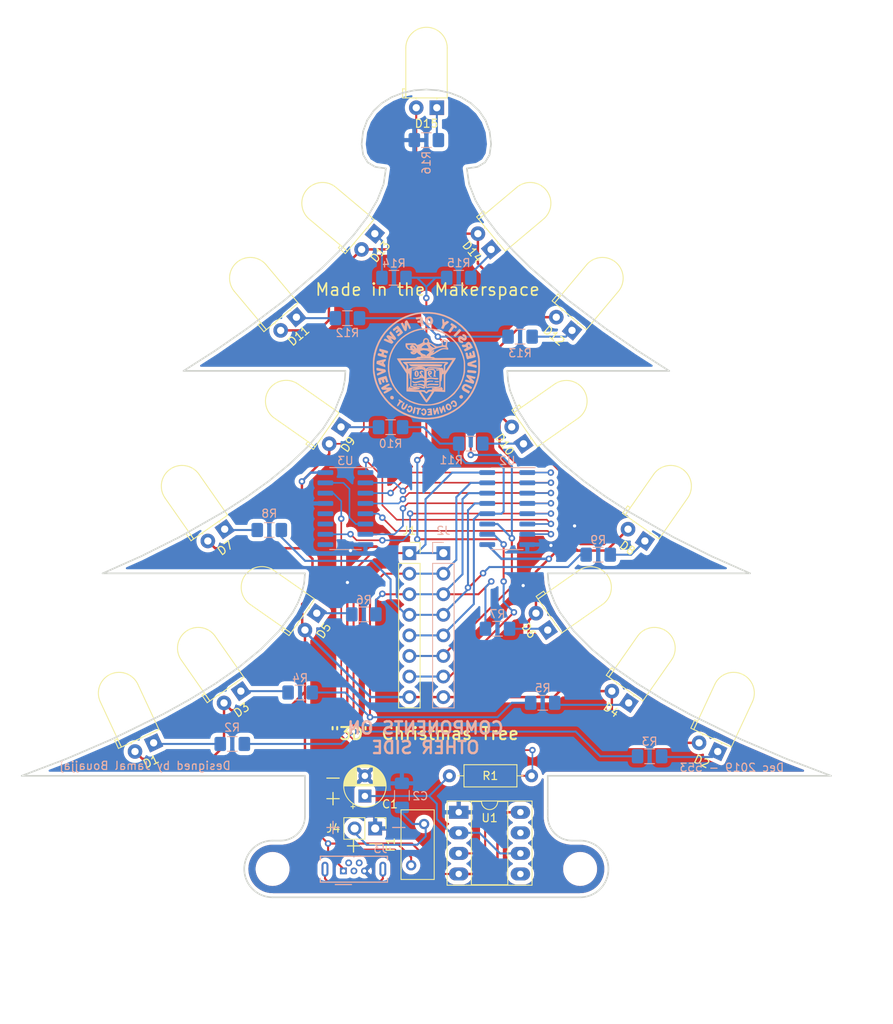
<source format=kicad_pcb>
(kicad_pcb (version 20190905) (host pcbnew "(5.99.0-126-g64b5e8bee)")
  (layers (0 "F.Cu" signal) (31 "B.Cu" signal) (34 "B.Paste" user) (35 "F.Paste" user) (36 "B.SilkS" user) (37 "F.SilkS" user) (38 "B.Mask" user) (39 "F.Mask" user) (44 "Edge.Cuts" user))
  (net 0 "")
  (net 1 "GND")
  (net 2 "Net-(C1-Pad1)")
  (net 3 "Net-(D1-Pad1)")
  (net 4 "Net-(D2-Pad1)")
  (net 5 "Net-(D3-Pad1)")
  (net 6 "Net-(D4-Pad1)")
  (net 7 "Net-(D5-Pad1)")
  (net 8 "Net-(D6-Pad1)")
  (net 9 "Net-(D7-Pad1)")
  (net 10 "Net-(D8-Pad1)")
  (net 11 "Net-(D9-Pad1)")
  (net 12 "Net-(D10-Pad1)")
  (net 13 "Net-(D11-Pad1)")
  (net 14 "Net-(D12-Pad1)")
  (net 15 "Net-(D13-Pad1)")
  (net 16 "Net-(D14-Pad1)")
  (net 17 "Net-(D15-Pad1)")
  (net 18 "Net-(J1-Pad6)")
  (net 19 "VCC")
  (net 20 "Net-(R1-Pad1)")
  (net 21 "Net-(J1-Pad7)")
  (net 22 "Net-(J1-Pad5)")
  (net 23 "Net-(J1-Pad4)")
  (net 24 "Net-(J1-Pad3)")
  (net 25 "Net-(J1-Pad2)")
  (net 26 "Net-(J1-Pad1)")
  (net 27 "Net-(J3-Pad6)")
  (net 28 "Net-(U2-Pad7)")
  (net 29 "Net-(U2-Pad6)")
  (net 30 "Net-(U2-Pad5)")
  (net 31 "Net-(U2-Pad4)")
  (net 32 "Net-(U2-Pad3)")
  (net 33 "Net-(U2-Pad2)")
  (net 34 "Net-(U2-Pad1)")
  (net 35 "Net-(U3-Pad15)")
  (net 36 "Net-(C2-Pad1)")
  (module "Fuse:Fuse_BelFuse_0ZRE0005FF_L8.3mm_W3.8mm" (layer "F.Cu") (at 198.12 146.05 90)
    (fp_text reference "F1" (at 2.54 -2.54 90) (layer "F.SilkS"))
    (fp_text value "Polyfuse")
    (pad "1" thru_hole circle (at 0 0 90) (size 1.27 1.27) (drill 0.71) (layers *.Cu *.Mask) (net 19 "VCC"))
    (pad "2" thru_hole circle (at 5.1 1.6 90) (size 1.27 1.27) (drill 0.71) (layers *.Cu *.Mask) (net 36 "Net-(C2-Pad1)"))
  )
  (module "Capacitor_SMD:C_1206_3216Metric_Pad1.42x1.75mm_HandSolder" (layer "B.Cu") (at 196.977 137.414 90)
    (fp_text reference "C2" (at -0.086 2.273) (layer "B.SilkS") (effects (justify mirror)))
    (fp_text value "C")
    (pad "2" smd roundrect (at 1.4875 0 90) (size 1.425 1.75) (layers "B.Cu" "B.Paste" "B.Mask") (roundrect_rratio 0.175439) (net 1 "GND"))
    (pad "1" smd roundrect (at -1.4875 0 90) (size 1.425 1.75) (layers "B.Cu" "B.Paste" "B.Mask") (roundrect_rratio 0.175439) (net 36 "Net-(C2-Pad1)"))
  )
  (module "MyLogo:UNH 13.4x13.4" (layer "B.Cu") (at 200 84.328 180)
    (fp_text reference "G***" hide)
    (fp_text value "LOGO" hide)
  )
  (module "Resistor_SMD:R_1206_3216Metric_Pad1.42x1.75mm_HandSolder" (layer "B.Cu") (at 200 56.5 180)
    (fp_text reference "R16" (at 0 -2.794 270) (layer "B.SilkS") (effects (justify mirror)))
    (fp_text value "330")
    (pad "2" smd roundrect (at 1.4875 0 180) (size 1.425 1.75) (layers "B.Cu" "B.Paste" "B.Mask") (roundrect_rratio 0.175439) (net 1 "GND"))
    (pad "1" smd roundrect (at -1.4875 0 180) (size 1.425 1.75) (layers "B.Cu" "B.Paste" "B.Mask") (roundrect_rratio 0.175439) (net 17 "Net-(D15-Pad1)"))
  )
  (module "Resistor_SMD:R_1206_3216Metric_Pad1.42x1.75mm_HandSolder" (layer "B.Cu") (at 204 73.5 180)
    (fp_text reference "R15" (at 0 1.82) (layer "B.SilkS") (effects (justify mirror)))
    (fp_text value "330")
    (pad "2" smd roundrect (at 1.4875 0 180) (size 1.425 1.75) (layers "B.Cu" "B.Paste" "B.Mask") (roundrect_rratio 0.175439) (net 21 "Net-(J1-Pad7)"))
    (pad "1" smd roundrect (at -1.4875 0 180) (size 1.425 1.75) (layers "B.Cu" "B.Paste" "B.Mask") (roundrect_rratio 0.175439) (net 16 "Net-(D14-Pad1)"))
  )
  (module "Resistor_SMD:R_1206_3216Metric_Pad1.42x1.75mm_HandSolder" (layer "B.Cu") (at 196 73.5)
    (fp_text reference "R14" (at 0 -1.778) (layer "B.SilkS") (effects (justify mirror)))
    (fp_text value "330")
    (pad "2" smd roundrect (at 1.4875 0) (size 1.425 1.75) (layers "B.Cu" "B.Paste" "B.Mask") (roundrect_rratio 0.175439) (net 21 "Net-(J1-Pad7)"))
    (pad "1" smd roundrect (at -1.4875 0) (size 1.425 1.75) (layers "B.Cu" "B.Paste" "B.Mask") (roundrect_rratio 0.175439) (net 15 "Net-(D13-Pad1)"))
  )
  (module "Resistor_SMD:R_1206_3216Metric_Pad1.42x1.75mm_HandSolder" (layer "B.Cu") (at 211.582 80.772 180)
    (fp_text reference "R13" (at 0 -2.032) (layer "B.SilkS") (effects (justify mirror)))
    (fp_text value "330")
    (pad "2" smd roundrect (at 1.4875 0 180) (size 1.425 1.75) (layers "B.Cu" "B.Paste" "B.Mask") (roundrect_rratio 0.175439) (net 18 "Net-(J1-Pad6)"))
    (pad "1" smd roundrect (at -1.4875 0 180) (size 1.425 1.75) (layers "B.Cu" "B.Paste" "B.Mask") (roundrect_rratio 0.175439) (net 14 "Net-(D12-Pad1)"))
  )
  (module "Resistor_SMD:R_1206_3216Metric_Pad1.42x1.75mm_HandSolder" (layer "B.Cu") (at 190.246 78.486)
    (fp_text reference "R12" (at 0 1.82) (layer "B.SilkS") (effects (justify mirror)))
    (fp_text value "330")
    (pad "2" smd roundrect (at 1.4875 0) (size 1.425 1.75) (layers "B.Cu" "B.Paste" "B.Mask") (roundrect_rratio 0.175439) (net 18 "Net-(J1-Pad6)"))
    (pad "1" smd roundrect (at -1.4875 0) (size 1.425 1.75) (layers "B.Cu" "B.Paste" "B.Mask") (roundrect_rratio 0.175439) (net 13 "Net-(D11-Pad1)"))
  )
  (module "Resistor_SMD:R_1206_3216Metric_Pad1.42x1.75mm_HandSolder" (layer "B.Cu") (at 205.486 93.98 180)
    (fp_text reference "R11" (at 2.413 -2.032) (layer "B.SilkS") (effects (justify mirror)))
    (fp_text value "330")
    (pad "2" smd roundrect (at 1.4875 0 180) (size 1.425 1.75) (layers "B.Cu" "B.Paste" "B.Mask") (roundrect_rratio 0.175439) (net 22 "Net-(J1-Pad5)"))
    (pad "1" smd roundrect (at -1.4875 0 180) (size 1.425 1.75) (layers "B.Cu" "B.Paste" "B.Mask") (roundrect_rratio 0.175439) (net 12 "Net-(D10-Pad1)"))
  )
  (module "Resistor_SMD:R_1206_3216Metric_Pad1.42x1.75mm_HandSolder" (layer "B.Cu") (at 195.58 91.948)
    (fp_text reference "R10" (at 0 2.032) (layer "B.SilkS") (effects (justify mirror)))
    (fp_text value "330")
    (pad "2" smd roundrect (at 1.4875 0) (size 1.425 1.75) (layers "B.Cu" "B.Paste" "B.Mask") (roundrect_rratio 0.175439) (net 22 "Net-(J1-Pad5)"))
    (pad "1" smd roundrect (at -1.4875 0) (size 1.425 1.75) (layers "B.Cu" "B.Paste" "B.Mask") (roundrect_rratio 0.175439) (net 11 "Net-(D9-Pad1)"))
  )
  (module "Resistor_SMD:R_1206_3216Metric_Pad1.42x1.75mm_HandSolder" (layer "B.Cu") (at 221.234 107.696 180)
    (fp_text reference "R9" (at 0 1.82) (layer "B.SilkS") (effects (justify mirror)))
    (fp_text value "330")
    (pad "2" smd roundrect (at 1.4875 0 180) (size 1.425 1.75) (layers "B.Cu" "B.Paste" "B.Mask") (roundrect_rratio 0.175439) (net 23 "Net-(J1-Pad4)"))
    (pad "1" smd roundrect (at -1.4875 0 180) (size 1.425 1.75) (layers "B.Cu" "B.Paste" "B.Mask") (roundrect_rratio 0.175439) (net 10 "Net-(D8-Pad1)"))
  )
  (module "Resistor_SMD:R_1206_3216Metric_Pad1.42x1.75mm_HandSolder" (layer "B.Cu") (at 180.594 104.648)
    (fp_text reference "R8" (at 0 -2.032) (layer "B.SilkS") (effects (justify mirror)))
    (fp_text value "330")
    (pad "2" smd roundrect (at 1.4875 0) (size 1.425 1.75) (layers "B.Cu" "B.Paste" "B.Mask") (roundrect_rratio 0.175439) (net 23 "Net-(J1-Pad4)"))
    (pad "1" smd roundrect (at -1.4875 0) (size 1.425 1.75) (layers "B.Cu" "B.Paste" "B.Mask") (roundrect_rratio 0.175439) (net 9 "Net-(D7-Pad1)"))
  )
  (module "Resistor_SMD:R_1206_3216Metric_Pad1.42x1.75mm_HandSolder" (layer "B.Cu") (at 208.788 116.84 180)
    (fp_text reference "R7" (at 0 1.82) (layer "B.SilkS") (effects (justify mirror)))
    (fp_text value "330")
    (pad "2" smd roundrect (at 1.4875 0 180) (size 1.425 1.75) (layers "B.Cu" "B.Paste" "B.Mask") (roundrect_rratio 0.175439) (net 24 "Net-(J1-Pad3)"))
    (pad "1" smd roundrect (at -1.4875 0 180) (size 1.425 1.75) (layers "B.Cu" "B.Paste" "B.Mask") (roundrect_rratio 0.175439) (net 8 "Net-(D6-Pad1)"))
  )
  (module "Resistor_SMD:R_1206_3216Metric_Pad1.42x1.75mm_HandSolder" (layer "B.Cu") (at 192.278 115.062)
    (fp_text reference "R6" (at 0 -1.778) (layer "B.SilkS") (effects (justify mirror)))
    (fp_text value "330")
    (pad "2" smd roundrect (at 1.4875 0) (size 1.425 1.75) (layers "B.Cu" "B.Paste" "B.Mask") (roundrect_rratio 0.175439) (net 24 "Net-(J1-Pad3)"))
    (pad "1" smd roundrect (at -1.4875 0) (size 1.425 1.75) (layers "B.Cu" "B.Paste" "B.Mask") (roundrect_rratio 0.175439) (net 7 "Net-(D5-Pad1)"))
  )
  (module "Resistor_SMD:R_1206_3216Metric_Pad1.42x1.75mm_HandSolder" (layer "B.Cu") (at 214.376 125.984 180)
    (fp_text reference "R5" (at 0 1.82) (layer "B.SilkS") (effects (justify mirror)))
    (fp_text value "330")
    (pad "2" smd roundrect (at 1.4875 0 180) (size 1.425 1.75) (layers "B.Cu" "B.Paste" "B.Mask") (roundrect_rratio 0.175439) (net 25 "Net-(J1-Pad2)"))
    (pad "1" smd roundrect (at -1.4875 0 180) (size 1.425 1.75) (layers "B.Cu" "B.Paste" "B.Mask") (roundrect_rratio 0.175439) (net 6 "Net-(D4-Pad1)"))
  )
  (module "Resistor_SMD:R_1206_3216Metric_Pad1.42x1.75mm_HandSolder" (layer "B.Cu") (at 184.404 124.714)
    (fp_text reference "R4" (at 0 -1.778) (layer "B.SilkS") (effects (justify mirror)))
    (fp_text value "330")
    (pad "2" smd roundrect (at 1.4875 0) (size 1.425 1.75) (layers "B.Cu" "B.Paste" "B.Mask") (roundrect_rratio 0.175439) (net 25 "Net-(J1-Pad2)"))
    (pad "1" smd roundrect (at -1.4875 0) (size 1.425 1.75) (layers "B.Cu" "B.Paste" "B.Mask") (roundrect_rratio 0.175439) (net 5 "Net-(D3-Pad1)"))
  )
  (module "Resistor_SMD:R_1206_3216Metric_Pad1.42x1.75mm_HandSolder" (layer "B.Cu") (at 227.584 132.588 180)
    (fp_text reference "R3" (at 0 1.82) (layer "B.SilkS") (effects (justify mirror)))
    (fp_text value "330")
    (pad "2" smd roundrect (at 1.4875 0 180) (size 1.425 1.75) (layers "B.Cu" "B.Paste" "B.Mask") (roundrect_rratio 0.175439) (net 26 "Net-(J1-Pad1)"))
    (pad "1" smd roundrect (at -1.4875 0 180) (size 1.425 1.75) (layers "B.Cu" "B.Paste" "B.Mask") (roundrect_rratio 0.175439) (net 4 "Net-(D2-Pad1)"))
  )
  (module "Resistor_SMD:R_1206_3216Metric_Pad1.42x1.75mm_HandSolder" (layer "B.Cu") (at 176.022 131.064)
    (fp_text reference "R2" (at -0.022 -2.032) (layer "B.SilkS") (effects (justify mirror)))
    (fp_text value "330")
    (pad "2" smd roundrect (at 1.4875 0) (size 1.425 1.75) (layers "B.Cu" "B.Paste" "B.Mask") (roundrect_rratio 0.175439) (net 26 "Net-(J1-Pad1)"))
    (pad "1" smd roundrect (at -1.4875 0) (size 1.425 1.75) (layers "B.Cu" "B.Paste" "B.Mask") (roundrect_rratio 0.175439) (net 3 "Net-(D1-Pad1)"))
  )
  (module "LED_THT:LED_D5.0mm_Horizontal_O1.27mm_Z3.0mm" (layer "F.Cu") (at 201.29 52.5 180)
    (fp_text reference "D15" (at 1.27 -1.96) (layer "F.SilkS"))
    (fp_text value "LED_ALT")
    (pad "2" thru_hole circle (at 2.54 0 180) (size 1.8 1.8) (drill 0.9) (layers *.Cu *.Mask) (net 19 "VCC"))
    (pad "1" thru_hole rect (at 0 0 180) (size 1.8 1.8) (drill 0.9) (layers *.Cu *.Mask) (net 17 "Net-(D15-Pad1)"))
  )
  (module "LED_THT:LED_D5.0mm_Horizontal_O1.27mm_Z3.0mm" (layer "F.Cu") (at 208 70 130)
    (fp_text reference "D14" (at 1.27 -1.96 130) (layer "F.SilkS"))
    (fp_text value "LED_ALT")
    (pad "2" thru_hole circle (at 2.54 0 130) (size 1.8 1.8) (drill 0.9) (layers *.Cu *.Mask) (net 19 "VCC"))
    (pad "1" thru_hole rect (at 0 0 130) (size 1.8 1.8) (drill 0.9) (layers *.Cu *.Mask) (net 16 "Net-(D14-Pad1)"))
  )
  (module "LED_THT:LED_D5.0mm_Horizontal_O1.27mm_Z3.0mm" (layer "F.Cu") (at 193.632681 68.054247 230)
    (fp_text reference "D13" (at 1.27 -1.96 50) (layer "F.SilkS"))
    (fp_text value "LED_ALT")
    (pad "2" thru_hole circle (at 2.54 0 230) (size 1.8 1.8) (drill 0.9) (layers *.Cu *.Mask) (net 19 "VCC"))
    (pad "1" thru_hole rect (at 0 0 230) (size 1.8 1.8) (drill 0.9) (layers *.Cu *.Mask) (net 15 "Net-(D13-Pad1)"))
  )
  (module "LED_THT:LED_D5.0mm_Horizontal_O1.27mm_Z3.0mm" (layer "F.Cu") (at 218 80 140)
    (fp_text reference "D12" (at 1.27 -1.96 140) (layer "F.SilkS"))
    (fp_text value "LED_ALT")
    (pad "2" thru_hole circle (at 2.54 0 140) (size 1.8 1.8) (drill 0.9) (layers *.Cu *.Mask) (net 19 "VCC"))
    (pad "1" thru_hole rect (at 0 0 140) (size 1.8 1.8) (drill 0.9) (layers *.Cu *.Mask) (net 14 "Net-(D12-Pad1)"))
  )
  (module "LED_THT:LED_D5.0mm_Horizontal_O1.27mm_Z3.0mm" (layer "F.Cu") (at 183.945753 78.367319 220)
    (fp_text reference "D11" (at 1.27 -1.96 40) (layer "F.SilkS"))
    (fp_text value "LED_ALT")
    (pad "2" thru_hole circle (at 2.54 0 220) (size 1.8 1.8) (drill 0.9) (layers *.Cu *.Mask) (net 19 "VCC"))
    (pad "1" thru_hole rect (at 0 0 220) (size 1.8 1.8) (drill 0.9) (layers *.Cu *.Mask) (net 13 "Net-(D11-Pad1)"))
  )
  (module "LED_THT:LED_D5.0mm_Horizontal_O1.27mm_Z3.0mm" (layer "F.Cu") (at 212 94 125)
    (fp_text reference "D10" (at 1.27 -1.96 125) (layer "F.SilkS"))
    (fp_text value "LED_ALT")
    (pad "2" thru_hole circle (at 2.54 0 125) (size 1.8 1.8) (drill 0.9) (layers *.Cu *.Mask) (net 19 "VCC"))
    (pad "1" thru_hole rect (at 0 0 125) (size 1.8 1.8) (drill 0.9) (layers *.Cu *.Mask) (net 12 "Net-(D10-Pad1)"))
  )
  (module "LED_THT:LED_D5.0mm_Horizontal_O1.27mm_Z3.0mm" (layer "F.Cu") (at 189.456884 91.919353 235)
    (fp_text reference "D9" (at 1.27 -1.96 55) (layer "F.SilkS"))
    (fp_text value "LED_ALT")
    (pad "2" thru_hole circle (at 2.54 0 235) (size 1.8 1.8) (drill 0.9) (layers *.Cu *.Mask) (net 19 "VCC"))
    (pad "1" thru_hole rect (at 0 0 235) (size 1.8 1.8) (drill 0.9) (layers *.Cu *.Mask) (net 11 "Net-(D9-Pad1)"))
  )
  (module "LED_THT:LED_D5.0mm_Horizontal_O1.27mm_Z3.0mm" (layer "F.Cu") (at 227 106 145)
    (fp_text reference "D8" (at 1.27 -1.96 145) (layer "F.SilkS"))
    (fp_text value "LED_ALT")
    (pad "2" thru_hole circle (at 2.54 0 145) (size 1.8 1.8) (drill 0.9) (layers *.Cu *.Mask) (net 19 "VCC"))
    (pad "1" thru_hole rect (at 0 0 145) (size 1.8 1.8) (drill 0.9) (layers *.Cu *.Mask) (net 10 "Net-(D8-Pad1)"))
  )
  (module "LED_THT:LED_D5.0mm_Horizontal_O1.27mm_Z3.0mm" (layer "F.Cu") (at 175.080646 104.543116 215)
    (fp_text reference "D7" (at 1.27 -1.96 35) (layer "F.SilkS"))
    (fp_text value "LED_ALT")
    (pad "2" thru_hole circle (at 2.54 0 215) (size 1.8 1.8) (drill 0.9) (layers *.Cu *.Mask) (net 19 "VCC"))
    (pad "1" thru_hole rect (at 0 0 215) (size 1.8 1.8) (drill 0.9) (layers *.Cu *.Mask) (net 9 "Net-(D7-Pad1)"))
  )
  (module "LED_THT:LED_D5.0mm_Horizontal_O1.27mm_Z3.0mm" (layer "F.Cu") (at 215 117 125)
    (fp_text reference "D6" (at 1.27 -1.96 125) (layer "F.SilkS"))
    (fp_text value "LED_ALT")
    (pad "2" thru_hole circle (at 2.54 0 125) (size 1.8 1.8) (drill 0.9) (layers *.Cu *.Mask) (net 19 "VCC"))
    (pad "1" thru_hole rect (at 0 0 125) (size 1.8 1.8) (drill 0.9) (layers *.Cu *.Mask) (net 8 "Net-(D6-Pad1)"))
  )
  (module "LED_THT:LED_D5.0mm_Horizontal_O1.27mm_Z3.0mm" (layer "F.Cu") (at 186.456884 114.919354 235)
    (fp_text reference "D5" (at 1.27 -1.96 55) (layer "F.SilkS"))
    (fp_text value "LED_ALT")
    (pad "2" thru_hole circle (at 2.54 0 235) (size 1.8 1.8) (drill 0.9) (layers *.Cu *.Mask) (net 19 "VCC"))
    (pad "1" thru_hole rect (at 0 0 235) (size 1.8 1.8) (drill 0.9) (layers *.Cu *.Mask) (net 7 "Net-(D5-Pad1)"))
  )
  (module "LED_THT:LED_D5.0mm_Horizontal_O1.27mm_Z3.0mm" (layer "F.Cu") (at 225 126 145)
    (fp_text reference "D4" (at 1.27 -1.96 145) (layer "F.SilkS"))
    (fp_text value "LED_ALT")
    (pad "2" thru_hole circle (at 2.54 0 145) (size 1.8 1.8) (drill 0.9) (layers *.Cu *.Mask) (net 19 "VCC"))
    (pad "1" thru_hole rect (at 0 0 145) (size 1.8 1.8) (drill 0.9) (layers *.Cu *.Mask) (net 6 "Net-(D4-Pad1)"))
  )
  (module "LED_THT:LED_D5.0mm_Horizontal_O1.27mm_Z3.0mm" (layer "F.Cu") (at 177.080646 124.543116 215)
    (fp_text reference "D3" (at 1.27 -1.96 35) (layer "F.SilkS"))
    (fp_text value "LED_ALT")
    (pad "2" thru_hole circle (at 2.54 0 215) (size 1.8 1.8) (drill 0.9) (layers *.Cu *.Mask) (net 19 "VCC"))
    (pad "1" thru_hole rect (at 0 0 215) (size 1.8 1.8) (drill 0.9) (layers *.Cu *.Mask) (net 5 "Net-(D3-Pad1)"))
  )
  (module "LED_THT:LED_D5.0mm_Horizontal_O1.27mm_Z3.0mm" (layer "F.Cu") (at 236 132 155)
    (fp_text reference "D2" (at 1.27 -1.96 155) (layer "F.SilkS"))
    (fp_text value "LED_ALT")
    (pad "2" thru_hole circle (at 2.54 0 155) (size 1.8 1.8) (drill 0.9) (layers *.Cu *.Mask) (net 19 "VCC"))
    (pad "1" thru_hole rect (at 0 0 155) (size 1.8 1.8) (drill 0.9) (layers *.Cu *.Mask) (net 4 "Net-(D2-Pad1)"))
  )
  (module "MountingHole:MountingHole_3.2mm_M3_DIN965" (layer "F.Cu") (at 219 146.5)
    (fp_text reference "H2" hide)
    (fp_text value "M3 hole")
    (pad "1" np_thru_hole circle (at 0 0) (size 3.2 3.2) (drill 3.2) (layers *.Cu *.Mask))
  )
  (module "MountingHole:MountingHole_3.2mm_M3_DIN965" (layer "F.Cu") (at 181 146.5)
    (fp_text reference "H1" hide)
    (fp_text value "M3 hole")
    (pad "1" np_thru_hole circle (at 0 0) (size 3.2 3.2) (drill 3.2) (layers *.Cu *.Mask))
  )
  (module "Connector_PinHeader_2.54mm:PinHeader_1x02_P2.54mm_Vertical" (layer "F.Cu") (at 193.675 141.5 270)
    (fp_text reference "J4" (at 0 5.175 180) (layer "F.SilkS"))
    (fp_text value "BATT")
    (pad "2" thru_hole oval (at 0 2.54 270) (size 1.7 1.7) (drill 1) (layers *.Cu *.Mask) (net 36 "Net-(C2-Pad1)"))
    (pad "1" thru_hole rect (at 0 0 270) (size 1.7 1.7) (drill 1) (layers *.Cu *.Mask) (net 1 "GND"))
  )
  (module "Connector_PinSocket_2.54mm:PinSocket_1x08_P2.54mm_Vertical" (layer "B.Cu") (at 202.1 107.5 180)
    (fp_text reference "J2" (at 0 2.77) (layer "B.SilkS") (effects (justify mirror)))
    (fp_text value "Secondary Tree 2")
    (pad "8" thru_hole oval (at 0 -17.78 180) (size 1.7 1.7) (drill 1) (layers *.Cu *.Mask) (net 19 "VCC"))
    (pad "7" thru_hole oval (at 0 -15.24 180) (size 1.7 1.7) (drill 1) (layers *.Cu *.Mask) (net 21 "Net-(J1-Pad7)"))
    (pad "6" thru_hole oval (at 0 -12.7 180) (size 1.7 1.7) (drill 1) (layers *.Cu *.Mask) (net 18 "Net-(J1-Pad6)"))
    (pad "5" thru_hole oval (at 0 -10.16 180) (size 1.7 1.7) (drill 1) (layers *.Cu *.Mask) (net 22 "Net-(J1-Pad5)"))
    (pad "4" thru_hole oval (at 0 -7.62 180) (size 1.7 1.7) (drill 1) (layers *.Cu *.Mask) (net 23 "Net-(J1-Pad4)"))
    (pad "3" thru_hole oval (at 0 -5.08 180) (size 1.7 1.7) (drill 1) (layers *.Cu *.Mask) (net 24 "Net-(J1-Pad3)"))
    (pad "2" thru_hole oval (at 0 -2.54 180) (size 1.7 1.7) (drill 1) (layers *.Cu *.Mask) (net 25 "Net-(J1-Pad2)"))
    (pad "1" thru_hole rect (at 0 0 180) (size 1.7 1.7) (drill 1) (layers *.Cu *.Mask) (net 26 "Net-(J1-Pad1)"))
  )
  (module "Connector_PinSocket_2.54mm:PinSocket_1x08_P2.54mm_Vertical" (layer "F.Cu") (at 197.9 107.5)
    (fp_text reference "J1" (at 0 -2.77) (layer "F.SilkS"))
    (fp_text value "Secondary Tree 1")
    (pad "8" thru_hole oval (at 0 17.78) (size 1.7 1.7) (drill 1) (layers *.Cu *.Mask) (net 19 "VCC"))
    (pad "7" thru_hole oval (at 0 15.24) (size 1.7 1.7) (drill 1) (layers *.Cu *.Mask) (net 21 "Net-(J1-Pad7)"))
    (pad "6" thru_hole oval (at 0 12.7) (size 1.7 1.7) (drill 1) (layers *.Cu *.Mask) (net 18 "Net-(J1-Pad6)"))
    (pad "5" thru_hole oval (at 0 10.16) (size 1.7 1.7) (drill 1) (layers *.Cu *.Mask) (net 22 "Net-(J1-Pad5)"))
    (pad "4" thru_hole oval (at 0 7.62) (size 1.7 1.7) (drill 1) (layers *.Cu *.Mask) (net 23 "Net-(J1-Pad4)"))
    (pad "3" thru_hole oval (at 0 5.08) (size 1.7 1.7) (drill 1) (layers *.Cu *.Mask) (net 24 "Net-(J1-Pad3)"))
    (pad "2" thru_hole oval (at 0 2.54) (size 1.7 1.7) (drill 1) (layers *.Cu *.Mask) (net 25 "Net-(J1-Pad2)"))
    (pad "1" thru_hole rect (at 0 0) (size 1.7 1.7) (drill 1) (layers *.Cu *.Mask) (net 26 "Net-(J1-Pad1)"))
  )
  (module "LED_THT:LED_D5.0mm_Horizontal_O1.27mm_Z3.0mm" (layer "F.Cu") (at 166.302022 130.92655 205)
    (fp_text reference "D1" (at 1.27 -1.96 25) (layer "F.SilkS"))
    (fp_text value "LED_ALT")
    (pad "2" thru_hole circle (at 2.54 0 205) (size 1.8 1.8) (drill 0.9) (layers *.Cu *.Mask) (net 19 "VCC"))
    (pad "1" thru_hole rect (at 0 0 205) (size 1.8 1.8) (drill 0.9) (layers *.Cu *.Mask) (net 3 "Net-(D1-Pad1)"))
  )
  (module "Package_SO:SOIC-16_3.9x9.9mm_P1.27mm" (layer "B.Cu") (at 190 102 180)
    (fp_text reference "U3" (at 0 5.9) (layer "B.SilkS") (effects (justify mirror)))
    (fp_text value "4017")
    (pad "16" smd roundrect (at 2.475 4.445 180) (size 1.95 0.6) (layers "B.Cu" "B.Paste" "B.Mask") (net 19 "VCC"))
    (pad "15" smd roundrect (at 2.475 3.175 180) (size 1.95 0.6) (layers "B.Cu" "B.Paste" "B.Mask") (net 35 "Net-(U3-Pad15)"))
    (pad "14" smd roundrect (at 2.475 1.905 180) (size 1.95 0.6) (layers "B.Cu" "B.Paste" "B.Mask") (net 20 "Net-(R1-Pad1)"))
    (pad "13" smd roundrect (at 2.475 0.635 180) (size 1.95 0.6) (layers "B.Cu" "B.Paste" "B.Mask") (net 1 "GND"))
    (pad "12" smd roundrect (at 2.475 -0.635 180) (size 1.95 0.6) (layers "B.Cu" "B.Paste" "B.Mask"))
    (pad "11" smd roundrect (at 2.475 -1.905 180) (size 1.95 0.6) (layers "B.Cu" "B.Paste" "B.Mask"))
    (pad "10" smd roundrect (at 2.475 -3.175 180) (size 1.95 0.6) (layers "B.Cu" "B.Paste" "B.Mask") (net 30 "Net-(U2-Pad5)"))
    (pad "9" smd roundrect (at 2.475 -4.445 180) (size 1.95 0.6) (layers "B.Cu" "B.Paste" "B.Mask"))
    (pad "8" smd roundrect (at -2.475 -4.445 180) (size 1.95 0.6) (layers "B.Cu" "B.Paste" "B.Mask") (net 1 "GND"))
    (pad "7" smd roundrect (at -2.475 -3.175 180) (size 1.95 0.6) (layers "B.Cu" "B.Paste" "B.Mask") (net 31 "Net-(U2-Pad4)"))
    (pad "6" smd roundrect (at -2.475 -1.905 180) (size 1.95 0.6) (layers "B.Cu" "B.Paste" "B.Mask") (net 35 "Net-(U3-Pad15)"))
    (pad "5" smd roundrect (at -2.475 -0.635 180) (size 1.95 0.6) (layers "B.Cu" "B.Paste" "B.Mask") (net 28 "Net-(U2-Pad7)"))
    (pad "4" smd roundrect (at -2.475 0.635 180) (size 1.95 0.6) (layers "B.Cu" "B.Paste" "B.Mask") (net 32 "Net-(U2-Pad3)"))
    (pad "3" smd roundrect (at -2.475 1.905 180) (size 1.95 0.6) (layers "B.Cu" "B.Paste" "B.Mask") (net 34 "Net-(U2-Pad1)"))
    (pad "2" smd roundrect (at -2.475 3.175 180) (size 1.95 0.6) (layers "B.Cu" "B.Paste" "B.Mask") (net 33 "Net-(U2-Pad2)"))
    (pad "1" smd roundrect (at -2.475 4.445 180) (size 1.95 0.6) (layers "B.Cu" "B.Paste" "B.Mask") (net 29 "Net-(U2-Pad6)"))
  )
  (module "Package_SO:SOIC-16_3.9x9.9mm_P1.27mm" (layer "B.Cu") (at 210 102 180)
    (fp_text reference "U2" (at 0 5.9 180) (layer "B.SilkS") (effects (justify mirror)))
    (fp_text value "ULN2003")
    (pad "16" smd roundrect (at 2.475 4.445 180) (size 1.95 0.6) (layers "B.Cu" "B.Paste" "B.Mask") (net 26 "Net-(J1-Pad1)"))
    (pad "15" smd roundrect (at 2.475 3.175 180) (size 1.95 0.6) (layers "B.Cu" "B.Paste" "B.Mask") (net 25 "Net-(J1-Pad2)"))
    (pad "14" smd roundrect (at 2.475 1.905 180) (size 1.95 0.6) (layers "B.Cu" "B.Paste" "B.Mask") (net 24 "Net-(J1-Pad3)"))
    (pad "13" smd roundrect (at 2.475 0.635 180) (size 1.95 0.6) (layers "B.Cu" "B.Paste" "B.Mask") (net 23 "Net-(J1-Pad4)"))
    (pad "12" smd roundrect (at 2.475 -0.635 180) (size 1.95 0.6) (layers "B.Cu" "B.Paste" "B.Mask") (net 22 "Net-(J1-Pad5)"))
    (pad "11" smd roundrect (at 2.475 -1.905 180) (size 1.95 0.6) (layers "B.Cu" "B.Paste" "B.Mask") (net 18 "Net-(J1-Pad6)"))
    (pad "10" smd roundrect (at 2.475 -3.175 180) (size 1.95 0.6) (layers "B.Cu" "B.Paste" "B.Mask") (net 21 "Net-(J1-Pad7)"))
    (pad "9" smd roundrect (at 2.475 -4.445 180) (size 1.95 0.6) (layers "B.Cu" "B.Paste" "B.Mask") (net 19 "VCC"))
    (pad "8" smd roundrect (at -2.475 -4.445 180) (size 1.95 0.6) (layers "B.Cu" "B.Paste" "B.Mask") (net 1 "GND"))
    (pad "7" smd roundrect (at -2.475 -3.175 180) (size 1.95 0.6) (layers "B.Cu" "B.Paste" "B.Mask") (net 28 "Net-(U2-Pad7)"))
    (pad "6" smd roundrect (at -2.475 -1.905 180) (size 1.95 0.6) (layers "B.Cu" "B.Paste" "B.Mask") (net 29 "Net-(U2-Pad6)"))
    (pad "5" smd roundrect (at -2.475 -0.635 180) (size 1.95 0.6) (layers "B.Cu" "B.Paste" "B.Mask") (net 30 "Net-(U2-Pad5)"))
    (pad "4" smd roundrect (at -2.475 0.635 180) (size 1.95 0.6) (layers "B.Cu" "B.Paste" "B.Mask") (net 31 "Net-(U2-Pad4)"))
    (pad "3" smd roundrect (at -2.475 1.905 180) (size 1.95 0.6) (layers "B.Cu" "B.Paste" "B.Mask") (net 32 "Net-(U2-Pad3)"))
    (pad "2" smd roundrect (at -2.475 3.175 180) (size 1.95 0.6) (layers "B.Cu" "B.Paste" "B.Mask") (net 33 "Net-(U2-Pad2)"))
    (pad "1" smd roundrect (at -2.475 4.445 180) (size 1.95 0.6) (layers "B.Cu" "B.Paste" "B.Mask") (net 34 "Net-(U2-Pad1)"))
  )
  (module "Package_DIP:DIP-8_W7.62mm_Socket_LongPads" (layer "F.Cu") (at 204 139.5)
    (fp_text reference "U1" (at 3.81 0.708) (layer "F.SilkS"))
    (fp_text value "LM555")
    (pad "8" thru_hole oval (at 7.62 0) (size 2.4 1.6) (drill 0.8) (layers *.Cu *.Mask) (net 19 "VCC"))
    (pad "4" thru_hole oval (at 0 7.62) (size 2.4 1.6) (drill 0.8) (layers *.Cu *.Mask) (net 19 "VCC"))
    (pad "7" thru_hole oval (at 7.62 2.54) (size 2.4 1.6) (drill 0.8) (layers *.Cu *.Mask))
    (pad "3" thru_hole oval (at 0 5.08) (size 2.4 1.6) (drill 0.8) (layers *.Cu *.Mask) (net 20 "Net-(R1-Pad1)"))
    (pad "6" thru_hole oval (at 7.62 5.08) (size 2.4 1.6) (drill 0.8) (layers *.Cu *.Mask) (net 2 "Net-(C1-Pad1)"))
    (pad "2" thru_hole oval (at 0 2.54) (size 2.4 1.6) (drill 0.8) (layers *.Cu *.Mask) (net 2 "Net-(C1-Pad1)"))
    (pad "5" thru_hole oval (at 7.62 7.62) (size 2.4 1.6) (drill 0.8) (layers *.Cu *.Mask))
    (pad "1" thru_hole rect (at 0 0) (size 2.4 1.6) (drill 0.8) (layers *.Cu *.Mask) (net 1 "GND"))
  )
  (module "Resistor_THT:R_Axial_DIN0207_L6.3mm_D2.5mm_P10.16mm_Horizontal" (layer "F.Cu") (at 213 135 180)
    (fp_text reference "R1" (at 5.101 -0.001) (layer "F.SilkS"))
    (fp_text value "R")
    (pad "2" thru_hole oval (at 10.16 0 180) (size 1.6 1.6) (drill 0.8) (layers *.Cu *.Mask) (net 2 "Net-(C1-Pad1)"))
    (pad "1" thru_hole circle (at 0 0 180) (size 1.6 1.6) (drill 0.8) (layers *.Cu *.Mask) (net 20 "Net-(R1-Pad1)"))
  )
  (module "Connector_USB:USB_Micro-B_Wuerth_614105150721_Vertical" (layer "B.Cu") (at 189.75 146.75)
    (fp_text reference "J3" (at 4.58 -2.736) (layer "B.SilkS") (effects (justify mirror)))
    (fp_text value "USB_B_Micro")
    (pad "6" thru_hole oval (at 4.875 -0.22) (size 0.85 1.85) (drill oval 0.35 1.35) (layers *.Cu *.Mask) (net 27 "Net-(J3-Pad6)"))
    (pad "6" thru_hole oval (at -2.275 -0.22) (size 0.85 1.85) (drill oval 0.35 1.35) (layers *.Cu *.Mask) (net 27 "Net-(J3-Pad6)"))
    (pad "5" thru_hole circle (at 2.6 0) (size 0.84 0.84) (drill 0.44) (layers *.Cu *.Mask) (net 1 "GND"))
    (pad "4" thru_hole circle (at 1.95 -1) (size 0.84 0.84) (drill 0.44) (layers *.Cu *.Mask))
    (pad "3" thru_hole circle (at 1.3 0) (size 0.84 0.84) (drill 0.44) (layers *.Cu *.Mask))
    (pad "2" thru_hole circle (at 0.65 -1) (size 0.84 0.84) (drill 0.44) (layers *.Cu *.Mask))
    (pad "1" thru_hole rect (at 0 0) (size 0.84 0.84) (drill 0.44) (layers *.Cu *.Mask) (net 19 "VCC"))
  )
  (module "Capacitor_THT:CP_Radial_D5.0mm_P2.50mm" (layer "F.Cu") (at 192.405 137.5 90)
    (fp_text reference "C1" (at -1 3.095 180) (layer "F.SilkS"))
    (fp_text value "C")
    (pad "2" thru_hole circle (at 2.5 0 90) (size 1.6 1.6) (drill 0.8) (layers *.Cu *.Mask) (net 1 "GND"))
    (pad "1" thru_hole rect (at 0 0 90) (size 1.6 1.6) (drill 0.8) (layers *.Cu *.Mask) (net 2 "Net-(C1-Pad1)"))
  )
  (gr_text "COMPONENTS ON\nOTHER SIDE" (at 199.898 130.302) (layer "B.SilkS") (effects (font (size 1.5 1.5) (thickness 0.3)) (justify mirror)))
  (gr_text "-" (at 196.596 141.224) (layer "B.SilkS") (effects (font (size 2 2))))
  (gr_text "+" (at 188.468 141.224) (layer "B.SilkS") (effects (font (size 2 2))))
  (gr_text "-" (at 193.75 143.25) (layer "F.SilkS") (effects (font (size 2 2))))
  (gr_text "+" (at 191 143.5) (layer "F.SilkS") (effects (font (size 2 2))))
  (gr_text "-" (at 188.468 135.128) (layer "F.SilkS") (effects (font (size 2 2))))
  (gr_text "+" (at 188.468 137.668) (layer "F.SilkS") (effects (font (size 2 2))))
  (gr_text "Dec 2019 - 553" (at 237.744 133.985) (layer "B.SilkS") (effects (font (size 1 1)) (justify mirror)))
  (gr_text "Made in the Makerspace" (at 200.152 74.958) (layer "F.SilkS") (effects (font (size 1.5 1.5) (thickness 0.2))))
  (gr_text "Designed by Jamal Bouajjaj" (at 165.25 133.75) (layer "B.SilkS") (effects (font (size 1 1)) (justify mirror)))
  (gr_text "\"3D\" Christmas Tree" (at 199.771 129.794) (layer "F.SilkS") (effects (font (size 1.5 1.5) (thickness 0.25))))
  (gr_line (start 219 143) (end 218 143) (layer "Edge.Cuts") (width 0.2))
  (gr_arc (start 219 146.5) (end 219 150) (angle -180) (layer "Edge.Cuts") (width 0.2))
  (gr_line (start 182 143) (end 181 143) (layer "Edge.Cuts") (width 0.2))
  (gr_arc (start 181 146.5) (end 181 143) (angle -180) (layer "Edge.Cuts") (width 0.2))
  (gr_arc (start 218 140) (end 215 140) (angle -90) (layer "Edge.Cuts") (width 0.2))
  (gr_line (start 215.000002 139) (end 215 140) (layer "Edge.Cuts") (width 0.2))
  (gr_line (start 185 140) (end 185 139) (layer "Edge.Cuts") (width 0.2))
  (gr_arc (start 182 140) (end 182 143) (angle -90) (layer "Edge.Cuts") (width 0.2))
  (gr_line (start 216.503904 114.806641) (end 215.865171 113.620819) (layer "Edge.Cuts") (width 0.2))
  (gr_line (start 214.687496 94.390625) (end 212.768552 92.134521) (layer "Edge.Cuts") (width 0.2))
  (gr_line (start 206.074218 63.945312) (end 205.280761 61.928711) (layer "Edge.Cuts") (width 0.2))
  (gr_line (start 207.307128 66.020508) (end 206.074218 63.945312) (layer "Edge.Cuts") (width 0.2))
  (gr_line (start 217.499999 76.25) (end 212.910155 72.304687) (layer "Edge.Cuts") (width 0.2))
  (gr_line (start 215.393063 112.423096) (end 215.100401 111.215485) (layer "Edge.Cuts") (width 0.2))
  (gr_line (start 211.28906 89.806641) (end 210.336911 87.423096) (layer "Edge.Cuts") (width 0.2))
  (gr_line (start 239.999999 110) (end 235.312499 107.921875) (layer "Edge.Cuts") (width 0.2))
  (gr_line (start 218.229978 117.134521) (end 216.503904 114.806641) (layer "Edge.Cuts") (width 0.2))
  (gr_line (start 210.336911 87.423096) (end 210.086057 86.215485) (layer "Edge.Cuts") (width 0.2))
  (gr_line (start 212.768552 92.134521) (end 211.28906 89.806641) (layer "Edge.Cuts") (width 0.2))
  (gr_line (start 210.798339 70.229492) (end 208.906249 68.125) (layer "Edge.Cuts") (width 0.2))
  (gr_line (start 226.093748 82.5) (end 222.089842 79.726562) (layer "Edge.Cuts") (width 0.2))
  (gr_line (start 209.999997 85) (end 229.999998 85) (layer "Edge.Cuts") (width 0.2))
  (gr_line (start 210.086057 86.215485) (end 209.999997 85) (layer "Edge.Cuts") (width 0.2))
  (gr_line (start 224.999998 102.375) (end 222.202146 100.567139) (layer "Edge.Cuts") (width 0.2))
  (gr_line (start 220.468748 119.390625) (end 218.229978 117.134521) (layer "Edge.Cuts") (width 0.2))
  (gr_line (start 232.499998 127.375) (end 229.235838 125.567139) (layer "Edge.Cuts") (width 0.2))
  (gr_line (start 226.074217 123.623047) (end 223.117674 121.558838) (layer "Edge.Cuts") (width 0.2))
  (gr_line (start 214.999998 110) (end 239.999999 110) (layer "Edge.Cuts") (width 0.2))
  (gr_line (start 193.6875 59.8125) (end 192.75 59.25) (layer "Edge.Cuts") (width 0.2))
  (gr_line (start 222.089842 79.726562) (end 217.499999 76.25) (layer "Edge.Cuts") (width 0.2))
  (gr_line (start 208.906249 68.125) (end 207.307128 66.020508) (layer "Edge.Cuts") (width 0.2))
  (gr_line (start 201.492187 50.355469) (end 200 50.25) (layer "Edge.Cuts") (width 0.2))
  (gr_line (start 202.937499 50.671875) (end 201.492187 50.355469) (layer "Edge.Cuts") (width 0.2))
  (gr_line (start 206.523437 52.886719) (end 205.499999 51.9375) (layer "Edge.Cuts") (width 0.2))
  (gr_line (start 204.999998 60) (end 206.312499 59.8125) (layer "Edge.Cuts") (width 0.2))
  (gr_line (start 219.492185 98.623047) (end 216.958005 96.558838) (layer "Edge.Cuts") (width 0.2))
  (gr_line (start 192.1875 58.3125) (end 192 57) (layer "Edge.Cuts") (width 0.2))
  (gr_line (start 215.100401 111.215485) (end 214.999998 110) (layer "Edge.Cuts") (width 0.2))
  (gr_line (start 223.117674 121.558838) (end 220.468748 119.390625) (layer "Edge.Cuts") (width 0.2))
  (gr_line (start 235.312499 107.921875) (end 230.507811 105.517578) (layer "Edge.Cuts") (width 0.2))
  (gr_line (start 204.289062 51.199219) (end 202.937499 50.671875) (layer "Edge.Cuts") (width 0.2))
  (gr_line (start 207.820312 55.417969) (end 207.312499 54.046875) (layer "Edge.Cuts") (width 0.2))
  (gr_line (start 230.507811 105.517578) (end 224.999998 102.375) (layer "Edge.Cuts") (width 0.2))
  (gr_line (start 215.865171 113.620819) (end 215.393063 112.423096) (layer "Edge.Cuts") (width 0.2))
  (gr_line (start 216.958005 96.558838) (end 214.687496 94.390625) (layer "Edge.Cuts") (width 0.2))
  (gr_line (start 194.999999 60) (end 193.6875 59.8125) (layer "Edge.Cuts") (width 0.2))
  (gr_line (start 229.999998 85) (end 226.093748 82.5) (layer "Edge.Cuts") (width 0.2))
  (gr_line (start 205.280761 61.928711) (end 204.999999 60) (layer "Edge.Cuts") (width 0.2))
  (gr_line (start 212.910155 72.304687) (end 210.798339 70.229492) (layer "Edge.Cuts") (width 0.2))
  (gr_line (start 205.499999 51.9375) (end 204.289062 51.199219) (layer "Edge.Cuts") (width 0.2))
  (gr_line (start 207.312499 54.046875) (end 206.523437 52.886719) (layer "Edge.Cuts") (width 0.2))
  (gr_line (start 207.999999 57) (end 207.820312 55.417969) (layer "Edge.Cuts") (width 0.2))
  (gr_line (start 207.812499 58.3125) (end 207.999999 57) (layer "Edge.Cuts") (width 0.2))
  (gr_line (start 222.202146 100.567139) (end 219.492185 98.623047) (layer "Edge.Cuts") (width 0.2))
  (gr_line (start 229.235838 125.567139) (end 226.074217 123.623047) (layer "Edge.Cuts") (width 0.2))
  (gr_line (start 206.312499 59.8125) (end 207.249999 59.25) (layer "Edge.Cuts") (width 0.2))
  (gr_line (start 238.925779 130.517578) (end 232.499998 127.375) (layer "Edge.Cuts") (width 0.2))
  (gr_line (start 207.249999 59.25) (end 207.812499 58.3125) (layer "Edge.Cuts") (width 0.2))
  (gr_line (start 192.75 59.25) (end 192.1875 58.3125) (layer "Edge.Cuts") (width 0.2))
  (gr_line (start 197.0625 50.671875) (end 195.710937 51.199219) (layer "Edge.Cuts") (width 0.2))
  (gr_line (start 192.179687 55.417969) (end 192 57) (layer "Edge.Cuts") (width 0.2))
  (gr_line (start 194.5 51.9375) (end 193.476562 52.886719) (layer "Edge.Cuts") (width 0.2))
  (gr_line (start 193.476562 52.886719) (end 192.6875 54.046875) (layer "Edge.Cuts") (width 0.2))
  (gr_line (start 192.6875 54.046875) (end 192.179687 55.417969) (layer "Edge.Cuts") (width 0.2))
  (gr_line (start 195.710937 51.199219) (end 194.5 51.9375) (layer "Edge.Cuts") (width 0.2))
  (gr_line (start 200 50.25) (end 198.507812 50.355469) (layer "Edge.Cuts") (width 0.2))
  (gr_line (start 198.507812 50.355469) (end 197.0625 50.671875) (layer "Edge.Cuts") (width 0.2))
  (gr_line (start 169.492187 105.517578) (end 175 102.375) (layer "Edge.Cuts") (width 0.2))
  (gr_line (start 167.5 127.375) (end 170.76416 125.567139) (layer "Edge.Cuts") (width 0.2))
  (gr_line (start 185 135) (end 150 135) (layer "Edge.Cuts") (width 0.2))
  (gr_line (start 184.606934 112.423096) (end 184.899597 111.215485) (layer "Edge.Cuts") (width 0.2))
  (gr_line (start 179.53125 119.390625) (end 181.770019 117.134521) (layer "Edge.Cuts") (width 0.2))
  (gr_line (start 155.46875 132.921875) (end 161.074219 130.517578) (layer "Edge.Cuts") (width 0.2))
  (gr_line (start 173.925781 123.623047) (end 176.882324 121.558838) (layer "Edge.Cuts") (width 0.2))
  (gr_line (start 160 110) (end 164.6875 107.921875) (layer "Edge.Cuts") (width 0.2))
  (gr_line (start 185 110) (end 160 110) (layer "Edge.Cuts") (width 0.2))
  (gr_line (start 150 135) (end 155.46875 132.921875) (layer "Edge.Cuts") (width 0.2))
  (gr_line (start 183.041992 96.558838) (end 185.3125 94.390625) (layer "Edge.Cuts") (width 0.2))
  (gr_line (start 180.507812 98.623047) (end 183.041992 96.558838) (layer "Edge.Cuts") (width 0.2))
  (gr_line (start 164.6875 107.921875) (end 169.492187 105.517578) (layer "Edge.Cuts") (width 0.2))
  (gr_line (start 184.899597 111.215485) (end 185 110) (layer "Edge.Cuts") (width 0.2))
  (gr_line (start 183.496094 114.806641) (end 184.134827 113.620819) (layer "Edge.Cuts") (width 0.2))
  (gr_line (start 170.76416 125.567139) (end 173.925781 123.623047) (layer "Edge.Cuts") (width 0.2))
  (gr_line (start 219 150) (end 181 150) (layer "Edge.Cuts") (width 0.2))
  (gr_line (start 214.999999 135) (end 215.000002 139) (layer "Edge.Cuts") (width 0.2))
  (gr_line (start 181.770019 117.134521) (end 183.496094 114.806641) (layer "Edge.Cuts") (width 0.2))
  (gr_line (start 176.882324 121.558838) (end 179.53125 119.390625) (layer "Edge.Cuts") (width 0.2))
  (gr_line (start 177.797851 100.567139) (end 180.507812 98.623047) (layer "Edge.Cuts") (width 0.2))
  (gr_line (start 184.134827 113.620819) (end 184.606934 112.423096) (layer "Edge.Cuts") (width 0.2))
  (gr_line (start 161.074219 130.517578) (end 167.5 127.375) (layer "Edge.Cuts") (width 0.2))
  (gr_line (start 188.710937 89.806641) (end 189.663086 87.423096) (layer "Edge.Cuts") (width 0.2))
  (gr_line (start 175 102.375) (end 177.797851 100.567139) (layer "Edge.Cuts") (width 0.2))
  (gr_line (start 187.231445 92.134521) (end 188.710937 89.806641) (layer "Edge.Cuts") (width 0.2))
  (gr_line (start 185 139) (end 185 135) (layer "Edge.Cuts") (width 0.2))
  (gr_line (start 185.3125 94.390625) (end 187.231445 92.134521) (layer "Edge.Cuts") (width 0.2))
  (gr_line (start 244.531248 132.921875) (end 238.925779 130.517578) (layer "Edge.Cuts") (width 0.2))
  (gr_line (start 249.999998 135) (end 244.531248 132.921875) (layer "Edge.Cuts") (width 0.2))
  (gr_line (start 173.90625 82.5) (end 177.910156 79.726562) (layer "Edge.Cuts") (width 0.2))
  (gr_line (start 189.91394 86.215485) (end 190 85) (layer "Edge.Cuts") (width 0.2))
  (gr_line (start 215 135) (end 249.999998 135) (layer "Edge.Cuts") (width 0.2))
  (gr_line (start 192.692871 66.020508) (end 193.925781 63.945312) (layer "Edge.Cuts") (width 0.2))
  (gr_line (start 191.09375 68.125) (end 192.692871 66.020508) (layer "Edge.Cuts") (width 0.2))
  (gr_line (start 189.20166 70.229492) (end 191.09375 68.125) (layer "Edge.Cuts") (width 0.2))
  (gr_line (start 189.663086 87.423096) (end 189.91394 86.215485) (layer "Edge.Cuts") (width 0.2))
  (gr_line (start 187.089844 72.304687) (end 189.20166 70.229492) (layer "Edge.Cuts") (width 0.2))
  (gr_line (start 182.5 76.25) (end 187.089844 72.304687) (layer "Edge.Cuts") (width 0.2))
  (gr_line (start 177.910156 79.726562) (end 182.5 76.25) (layer "Edge.Cuts") (width 0.2))
  (gr_line (start 190 85) (end 170 85) (layer "Edge.Cuts") (width 0.2))
  (gr_line (start 194.719238 61.928711) (end 195 60) (layer "Edge.Cuts") (width 0.2))
  (gr_line (start 193.925781 63.945312) (end 194.719238 61.928711) (layer "Edge.Cuts") (width 0.2))
  (gr_line (start 170 85) (end 173.90625 82.5) (layer "Edge.Cuts") (width 0.2))
  (segment (start 198.988 96.012) (end 200 95) (width 0.25) (layer "F.Cu") (net 21))
  (segment (start 198.882 96.012) (end 198.988 96.012) (width 0.25) (layer "F.Cu") (net 21))
  (segment (start 200 95) (end 200 76) (width 0.25) (layer "F.Cu") (net 21))
  (segment (start 200 74.632) (end 198.868 73.5) (width 0.25) (layer "B.Cu") (net 21))
  (segment (start 198.868 73.5) (end 197.4875 73.5) (width 0.25) (layer "B.Cu") (net 21))
  (segment (start 200 74.632) (end 201.132 73.5) (width 0.25) (layer "B.Cu") (net 21))
  (segment (start 201.132 73.5) (end 202.5125 73.5) (width 0.25) (layer "B.Cu") (net 21))
  (segment (start 197.4875 73.5) (end 202.3 73.5) (width 0.25) (layer "B.Cu") (net 21))
  (segment (start 202.3 73.5) (end 203.0125 73.5) (width 0.25) (layer "B.Cu") (net 21))
  (segment (start 200 74.632) (end 200 76) (width 0.25) (layer "B.Cu") (net 21))
  (via (at 200 76) (size 0.8) (drill 0.4) (layers "F.Cu" "B.Cu") (net 21))
  (segment (start 205.4875 73.0125) (end 208 70.5) (width 0.25) (layer "B.Cu") (net 16))
  (segment (start 205.4875 73.5) (end 205.4875 73.0125) (width 0.25) (layer "B.Cu") (net 16))
  (segment (start 208 70.5) (end 208 70) (width 0.25) (layer "B.Cu") (net 16))
  (segment (start 193.632681 68.054247) (end 194.5125 68.934066) (width 0.25) (layer "B.Cu") (net 15))
  (segment (start 194.5125 68.934066) (end 194.5125 73.5) (width 0.25) (layer "B.Cu") (net 15))
  (segment (start 189.75 146.5) (end 187.858 144.608) (width 0.25) (layer "F.Cu") (net 19))
  (segment (start 189.75 146.75) (end 189.75 146.5) (width 0.25) (layer "F.Cu") (net 19))
  (segment (start 187.858 144.608) (end 187.858 143.358) (width 0.25) (layer "F.Cu") (net 19))
  (segment (start 196.977 138.9015) (end 196.977 139.614) (width 0.25) (layer "B.Cu") (net 36))
  (segment (start 196.977 139.614) (end 198.313 140.95) (width 0.25) (layer "B.Cu") (net 36))
  (segment (start 198.313 140.95) (end 198.930051 140.95) (width 0.25) (layer "B.Cu") (net 36))
  (segment (start 198.930051 140.95) (end 199.92 140.95) (width 0.25) (layer "B.Cu") (net 36))
  (segment (start 198.12 146.05) (end 198.12 145.060051) (width 0.25) (layer "F.Cu") (net 19))
  (segment (start 198.12 145.060051) (end 196.417949 143.358) (width 0.25) (layer "F.Cu") (net 19))
  (segment (start 196.417949 143.358) (end 188.423685 143.358) (width 0.25) (layer "F.Cu") (net 19))
  (segment (start 188.423685 143.358) (end 187.858 143.358) (width 0.25) (layer "F.Cu") (net 19))
  (segment (start 191.135 142.02654) (end 192.61846 143.51) (width 0.25) (layer "B.Cu") (net 36))
  (segment (start 191.135 141.5) (end 191.135 142.02654) (width 0.25) (layer "B.Cu") (net 36))
  (segment (start 192.61846 143.51) (end 198.882 143.51) (width 0.25) (layer "B.Cu") (net 36))
  (segment (start 198.882 143.51) (end 199.92 142.472) (width 0.25) (layer "B.Cu") (net 36))
  (segment (start 199.92 142.472) (end 199.92 140.95) (width 0.25) (layer "B.Cu") (net 36))
  (segment (start 203 142.04) (end 201.295 140.335) (width 0.25) (layer "B.Cu") (net 2))
  (segment (start 204 142.04) (end 203 142.04) (width 0.25) (layer "B.Cu") (net 2))
  (segment (start 201.295 140.335) (end 201.295 138.455) (width 0.25) (layer "B.Cu") (net 2))
  (segment (start 201.295 138.455) (end 200.34 137.5) (width 0.25) (layer "B.Cu") (net 2))
  (segment (start 198.75 52.5) (end 198.75 66.67) (width 0.25) (layer "F.Cu") (net 19))
  (segment (start 198.75 66.67) (end 200.134247 68.054247) (width 0.25) (layer "F.Cu") (net 19))
  (segment (start 190.227001 107.587999) (end 190.227001 111.106001) (width 0.25) (layer "F.Cu") (net 1))
  (segment (start 190.627 107.188) (end 190.227001 107.587999) (width 0.25) (layer "F.Cu") (net 1))
  (segment (start 190.227001 111.106001) (end 190.246 111.125) (width 0.25) (layer "F.Cu") (net 1))
  (via (at 190.246 111.125) (size 0.8) (drill 0.4) (layers "F.Cu" "B.Cu") (net 1))
  (via (at 190.627 107.188) (size 0.8) (drill 0.4) (layers "F.Cu" "B.Cu") (net 1))
  (segment (start 211.963 109.982) (end 211.963 111.506) (width 0.25) (layer "F.Cu") (net 1))
  (via (at 211.963 111.506) (size 0.8) (drill 0.4) (layers "F.Cu" "B.Cu") (net 1))
  (segment (start 215.392 106.553) (end 211.963 109.982) (width 0.25) (layer "F.Cu") (net 1))
  (segment (start 212.494 106.426) (end 215.011 106.426) (width 0.2) (layer "B.Cu") (net 1))
  (segment (start 215.011 106.426) (end 216.662 106.426) (width 0.2) (layer "B.Cu") (net 1))
  (segment (start 215.011 106.426) (end 215.265 106.426) (width 0.25) (layer "B.Cu") (net 1))
  (segment (start 215.265 106.426) (end 215.392 106.553) (width 0.25) (layer "B.Cu") (net 1))
  (via (at 215.392 106.553) (size 0.8) (drill 0.4) (layers "F.Cu" "B.Cu") (net 1))
  (segment (start 210.947 96.266) (end 209.042 94.361) (width 0.3) (layer "F.Cu") (net 19))
  (segment (start 215.401501 96.266) (end 210.947 96.266) (width 0.3) (layer "F.Cu") (net 19))
  (segment (start 216.662 105.156002) (end 216.662 97.526499) (width 0.3) (layer "F.Cu") (net 19))
  (segment (start 216.662 97.526499) (end 215.401501 96.266) (width 0.3) (layer "F.Cu") (net 19))
  (segment (start 220.218 107.188) (end 218.693998 107.188) (width 0.3) (layer "F.Cu") (net 19))
  (segment (start 218.693998 107.188) (end 216.662 105.156002) (width 0.3) (layer "F.Cu") (net 19))
  (segment (start 209.042 94.361) (end 209.042 90.418238) (width 0.3) (layer "F.Cu") (net 19))
  (via (at 218.313 104.14) (size 0.8) (drill 0.4) (layers "F.Cu" "B.Cu") (net 1))
  (segment (start 198.882 105.791) (end 198.882 96.012) (width 0.25) (layer "B.Cu") (net 21))
  (via (at 198.882 96.012) (size 0.8) (drill 0.4) (layers "F.Cu" "B.Cu") (net 21))
  (segment (start 198.882 105.791) (end 208.915 105.791) (width 0.25) (layer "F.Cu") (net 21))
  (segment (start 208.915 105.791) (end 209.55 106.426) (width 0.25) (layer "F.Cu") (net 21))
  (via (at 198.882 105.791) (size 0.8) (drill 0.4) (layers "F.Cu" "B.Cu") (net 21))
  (segment (start 207.525 101.365) (end 205.975 101.365) (width 0.25) (layer "B.Cu") (net 23))
  (segment (start 205.975 101.365) (end 205.14199 102.19801) (width 0.25) (layer "B.Cu") (net 23))
  (segment (start 202 117.66) (end 205.867 113.793) (width 0.25) (layer "B.Cu") (net 22))
  (segment (start 205.14199 102.19801) (end 205.14199 111.194315) (width 0.25) (layer "B.Cu") (net 23))
  (segment (start 205.14199 111.194315) (end 205.14199 111.76) (width 0.25) (layer "B.Cu") (net 23))
  (segment (start 205.14199 111.97801) (end 205.14199 111.76) (width 0.25) (layer "B.Cu") (net 23))
  (segment (start 202 115.12) (end 205.14199 111.97801) (width 0.25) (layer "B.Cu") (net 23))
  (segment (start 205.232 111.76) (end 205.14199 111.76) (width 0.25) (layer "F.Cu") (net 23))
  (segment (start 207.01 109.982) (end 205.232 111.76) (width 0.25) (layer "F.Cu") (net 23))
  (segment (start 205.867 103.318) (end 206.55 102.635) (width 0.25) (layer "B.Cu") (net 22))
  (via (at 205.14199 111.76) (size 0.8) (drill 0.4) (layers "F.Cu" "B.Cu") (net 23))
  (segment (start 205.867 113.793) (end 205.867 103.318) (width 0.25) (layer "B.Cu") (net 22))
  (segment (start 206.55 102.635) (end 207.525 102.635) (width 0.25) (layer "B.Cu") (net 22))
  (segment (start 204.851 96.393) (end 203.9985 95.5405) (width 0.25) (layer "B.Cu") (net 22))
  (segment (start 208.915 96.393) (end 204.851 96.393) (width 0.25) (layer "B.Cu") (net 22))
  (segment (start 209.55 97.028) (end 208.915 96.393) (width 0.25) (layer "B.Cu") (net 22))
  (segment (start 209.55 102.362) (end 209.55 97.028) (width 0.25) (layer "B.Cu") (net 22))
  (segment (start 207.525 102.635) (end 209.277 102.635) (width 0.25) (layer "B.Cu") (net 22))
  (segment (start 209.277 102.635) (end 209.55 102.362) (width 0.25) (layer "B.Cu") (net 22))
  (segment (start 203.9985 95.5405) (end 203.9985 93.98) (width 0.25) (layer "B.Cu") (net 22))
  (segment (start 209.169 95.377) (end 206.051685 95.377) (width 0.25) (layer "B.Cu") (net 18))
  (segment (start 201.422 80.772) (end 205.486 84.836) (width 0.25) (layer "F.Cu") (net 18))
  (via (at 205.486 95.377) (size 0.8) (drill 0.4) (layers "F.Cu" "B.Cu") (net 18))
  (segment (start 210.566 105.664) (end 210.566 96.774) (width 0.25) (layer "B.Cu") (net 18))
  (segment (start 210.566 96.774) (end 209.169 95.377) (width 0.25) (layer "B.Cu") (net 18))
  (segment (start 206.051685 95.377) (end 205.486 95.377) (width 0.25) (layer "B.Cu") (net 18))
  (segment (start 205.486 84.836) (end 205.486 95.377) (width 0.25) (layer "F.Cu") (net 18))
  (segment (start 207.772 109.22) (end 207.01 109.982) (width 0.25) (layer "B.Cu") (net 23))
  (segment (start 217.51 109.22) (end 207.772 109.22) (width 0.25) (layer "B.Cu") (net 23))
  (via (at 207.01 109.982) (size 0.8) (drill 0.4) (layers "F.Cu" "B.Cu") (net 23))
  (segment (start 219.7465 107.696) (end 219.034 107.696) (width 0.25) (layer "B.Cu") (net 23))
  (segment (start 219.034 107.696) (end 217.51 109.22) (width 0.25) (layer "B.Cu") (net 23))
  (segment (start 215.392 105.156) (end 214.992001 104.756001) (width 0.2) (layer "F.Cu") (net 28))
  (segment (start 214.992001 104.756001) (end 196.196001 104.756001) (width 0.2) (layer "F.Cu") (net 28))
  (segment (start 196.196001 104.756001) (end 194.963999 103.523999) (width 0.2) (layer "F.Cu") (net 28))
  (segment (start 194.963999 103.523999) (end 194.564 103.124) (width 0.2) (layer "F.Cu") (net 28))
  (segment (start 194.075 102.635) (end 194.564 103.124) (width 0.2) (layer "B.Cu") (net 28))
  (segment (start 192.475 102.635) (end 194.075 102.635) (width 0.2) (layer "B.Cu") (net 28))
  (via (at 194.564 103.124) (size 0.8) (drill 0.4) (layers "F.Cu" "B.Cu") (net 28))
  (via (at 201.422 80.772) (size 0.8) (drill 0.4) (layers "F.Cu" "B.Cu") (net 18))
  (segment (start 195.58 110.744) (end 195.58 113.2) (width 0.25) (layer "B.Cu") (net 23))
  (segment (start 195.58 113.2) (end 197.5 115.12) (width 0.25) (layer "B.Cu") (net 23))
  (segment (start 193.294 108.458) (end 195.58 110.744) (width 0.25) (layer "B.Cu") (net 23))
  (segment (start 185.0165 108.458) (end 193.294 108.458) (width 0.25) (layer "B.Cu") (net 23))
  (segment (start 182.0815 104.648) (end 182.0815 105.523) (width 0.25) (layer "B.Cu") (net 23))
  (segment (start 182.0815 105.523) (end 185.0165 108.458) (width 0.25) (layer "B.Cu") (net 23))
  (segment (start 208.026 110.998) (end 206.444 112.58) (width 0.25) (layer "F.Cu") (net 24))
  (segment (start 206.444 112.58) (end 202 112.58) (width 0.25) (layer "F.Cu") (net 24))
  (segment (start 207.3005 111.7235) (end 208.026 110.998) (width 0.25) (layer "B.Cu") (net 24))
  (segment (start 207.3005 116.84) (end 207.3005 111.7235) (width 0.25) (layer "B.Cu") (net 24))
  (via (at 208.026 110.998) (size 0.8) (drill 0.4) (layers "F.Cu" "B.Cu") (net 24))
  (segment (start 209.55 113.538) (end 209.55 110.998) (width 0.25) (layer "B.Cu") (net 21))
  (segment (start 210.82 114.808) (end 209.55 113.538) (width 0.25) (layer "B.Cu") (net 21))
  (segment (start 209.55 106.426) (end 209.55 110.998) (width 0.25) (layer "F.Cu") (net 21))
  (via (at 209.55 110.998) (size 0.8) (drill 0.4) (layers "F.Cu" "B.Cu") (net 21))
  (segment (start 202 122.74) (end 202.888 122.74) (width 0.25) (layer "F.Cu") (net 21))
  (segment (start 202.888 122.74) (end 210.82 114.808) (width 0.25) (layer "F.Cu") (net 21))
  (via (at 210.82 114.808) (size 0.8) (drill 0.4) (layers "F.Cu" "B.Cu") (net 21))
  (segment (start 207.544 105.156) (end 208.28 105.156) (width 0.25) (layer "B.Cu") (net 21))
  (segment (start 207.525 105.175) (end 207.544 105.156) (width 0.25) (layer "B.Cu") (net 21))
  (segment (start 208.28 105.156) (end 209.55 106.426) (width 0.25) (layer "B.Cu") (net 21))
  (via (at 209.55 106.426) (size 0.8) (drill 0.4) (layers "F.Cu" "B.Cu") (net 21))
  (segment (start 202 120.2) (end 210.566 111.634) (width 0.25) (layer "F.Cu") (net 18))
  (segment (start 210.566 111.634) (end 210.566 106.229685) (width 0.25) (layer "F.Cu") (net 18))
  (segment (start 210.566 106.229685) (end 210.566 105.664) (width 0.25) (layer "F.Cu") (net 18))
  (segment (start 207.525 103.905) (end 208.807 103.905) (width 0.25) (layer "B.Cu") (net 18))
  (segment (start 210.166001 105.264001) (end 210.566 105.664) (width 0.25) (layer "B.Cu") (net 18))
  (segment (start 208.807 103.905) (end 210.166001 105.264001) (width 0.25) (layer "B.Cu") (net 18))
  (via (at 210.566 105.664) (size 0.8) (drill 0.4) (layers "F.Cu" "B.Cu") (net 18))
  (segment (start 204.47 100.838) (end 205.213 100.095) (width 0.25) (layer "B.Cu") (net 24))
  (segment (start 205.213 100.095) (end 207.525 100.095) (width 0.25) (layer "B.Cu") (net 24))
  (segment (start 204.47 110.11) (end 204.47 100.838) (width 0.25) (layer "B.Cu") (net 24))
  (segment (start 202 112.58) (end 204.47 110.11) (width 0.25) (layer "B.Cu") (net 24))
  (segment (start 203.708 100.584) (end 203.708 108.332) (width 0.25) (layer "B.Cu") (net 25))
  (segment (start 203.708 108.332) (end 202 110.04) (width 0.25) (layer "B.Cu") (net 25))
  (segment (start 205.467 98.825) (end 203.708 100.584) (width 0.25) (layer "B.Cu") (net 25))
  (segment (start 207.525 98.825) (end 205.467 98.825) (width 0.25) (layer "B.Cu") (net 25))
  (segment (start 203.181 97.555) (end 199.898 100.838) (width 0.25) (layer "B.Cu") (net 26))
  (segment (start 207.525 97.555) (end 203.181 97.555) (width 0.25) (layer "B.Cu") (net 26))
  (segment (start 199.898 100.838) (end 199.898 106.426) (width 0.25) (layer "B.Cu") (net 26))
  (segment (start 199.898 106.426) (end 198.824 107.5) (width 0.25) (layer "B.Cu") (net 26))
  (segment (start 198.824 107.5) (end 198.6 107.5) (width 0.25) (layer "B.Cu") (net 26))
  (segment (start 198.6 107.5) (end 197.5 107.5) (width 0.25) (layer "B.Cu") (net 26))
  (segment (start 179.1065 104.648) (end 175.18553 104.648) (width 0.25) (layer "B.Cu") (net 9))
  (segment (start 175.18553 104.648) (end 175.080646 104.543116) (width 0.25) (layer "B.Cu") (net 9))
  (segment (start 194.564 112.522) (end 193.7655 113.3205) (width 0.25) (layer "B.Cu") (net 24))
  (segment (start 193.7655 113.3205) (end 193.7655 115.062) (width 0.25) (layer "B.Cu") (net 24))
  (segment (start 194.622 112.58) (end 194.564 112.522) (width 0.25) (layer "F.Cu") (net 24))
  (segment (start 197.5 112.58) (end 194.622 112.58) (width 0.25) (layer "F.Cu") (net 24))
  (via (at 194.564 112.522) (size 0.8) (drill 0.4) (layers "F.Cu" "B.Cu") (net 24))
  (segment (start 193.04 111.76) (end 194.76 110.04) (width 0.25) (layer "F.Cu") (net 25))
  (segment (start 194.76 110.04) (end 197.5 110.04) (width 0.25) (layer "F.Cu") (net 25))
  (segment (start 193.04 127.762) (end 193.04 111.76) (width 0.25) (layer "F.Cu") (net 25))
  (via (at 193.04 127.762) (size 0.8) (drill 0.4) (layers "F.Cu" "B.Cu") (net 25))
  (segment (start 189.992 124.714) (end 193.04 127.762) (width 0.25) (layer "B.Cu") (net 25))
  (segment (start 185.8915 124.714) (end 189.992 124.714) (width 0.25) (layer "B.Cu") (net 25))
  (segment (start 193.04 127.762) (end 208.788 127.762) (width 0.25) (layer "B.Cu") (net 25))
  (segment (start 208.788 127.762) (end 210.566 125.984) (width 0.25) (layer "B.Cu") (net 25))
  (segment (start 210.566 125.984) (end 212.8885 125.984) (width 0.25) (layer "B.Cu") (net 25))
  (segment (start 185 117.182) (end 193.098 125.28) (width 0.3) (layer "B.Cu") (net 19))
  (segment (start 185 117) (end 185 117.182) (width 0.3) (layer "B.Cu") (net 19))
  (segment (start 193.098 125.28) (end 197.5 125.28) (width 0.3) (layer "B.Cu") (net 19))
  (segment (start 191.008 109.728) (end 193.236 107.5) (width 0.25) (layer "F.Cu") (net 26))
  (segment (start 193.236 107.5) (end 197.5 107.5) (width 0.25) (layer "F.Cu") (net 26))
  (segment (start 191.008 129.54) (end 191.008 109.728) (width 0.25) (layer "F.Cu") (net 26))
  (via (at 191.008 129.54) (size 0.8) (drill 0.4) (layers "F.Cu" "B.Cu") (net 26))
  (segment (start 189.484 131.064) (end 191.008 129.54) (width 0.25) (layer "B.Cu") (net 26))
  (segment (start 177.5095 131.064) (end 189.484 131.064) (width 0.25) (layer "B.Cu") (net 26))
  (segment (start 191.008 129.54) (end 218.44 129.54) (width 0.25) (layer "B.Cu") (net 26))
  (segment (start 218.44 129.54) (end 221.488 132.588) (width 0.25) (layer "B.Cu") (net 26))
  (segment (start 221.488 132.588) (end 226.0965 132.588) (width 0.25) (layer "B.Cu") (net 26))
  (segment (start 197.5 125.28) (end 202 125.28) (width 0.3) (layer "F.Cu") (net 19))
  (segment (start 197.5 122.74) (end 202 122.74) (width 0.25) (layer "B.Cu") (net 21))
  (segment (start 197.5 120.2) (end 202 120.2) (width 0.25) (layer "B.Cu") (net 18))
  (segment (start 197.5 117.66) (end 202 117.66) (width 0.25) (layer "B.Cu") (net 22))
  (segment (start 198.6 107.5) (end 202 107.5) (width 0.25) (layer "B.Cu") (net 26))
  (segment (start 197.5 110.04) (end 198.702081 110.04) (width 0.25) (layer "B.Cu") (net 25))
  (segment (start 198.702081 110.04) (end 202 110.04) (width 0.25) (layer "B.Cu") (net 25))
  (segment (start 197.5 112.58) (end 202 112.58) (width 0.25) (layer "B.Cu") (net 24))
  (segment (start 197.5 115.12) (end 202 115.12) (width 0.25) (layer "B.Cu") (net 23))
  (segment (start 207.525 106.445) (end 209.284 108.204) (width 0.3) (layer "B.Cu") (net 19))
  (segment (start 216.154 107.188) (end 215.537999 107.804001) (width 0.3) (layer "F.Cu") (net 19))
  (segment (start 214.572315 108.204) (end 215.138 108.204) (width 0.3) (layer "B.Cu") (net 19))
  (segment (start 220.218 107.188) (end 216.154 107.188) (width 0.3) (layer "F.Cu") (net 19))
  (segment (start 213.543116 109.798884) (end 215.138 108.204) (width 0.3) (layer "F.Cu") (net 19))
  (segment (start 213.543116 114.919354) (end 213.543116 109.798884) (width 0.3) (layer "F.Cu") (net 19))
  (segment (start 209.284 108.204) (end 214.572315 108.204) (width 0.3) (layer "B.Cu") (net 19))
  (segment (start 215.537999 107.804001) (end 215.138 108.204) (width 0.3) (layer "F.Cu") (net 19))
  (via (at 215.138 108.204) (size 0.8) (drill 0.4) (layers "F.Cu" "B.Cu") (net 19))
  (segment (start 212.475 106.445) (end 212.494 106.426) (width 0.2) (layer "B.Cu") (net 1))
  (segment (start 217.424 105.664) (end 217.424 104.648) (width 0.2) (layer "B.Cu") (net 1))
  (segment (start 216.662 106.426) (end 217.424 105.664) (width 0.2) (layer "B.Cu") (net 1))
  (segment (start 199.644 91.948) (end 201.676 93.98) (width 0.25) (layer "B.Cu") (net 22))
  (segment (start 201.676 93.98) (end 203.9985 93.98) (width 0.25) (layer "B.Cu") (net 22))
  (segment (start 197.0675 91.948) (end 199.644 91.948) (width 0.25) (layer "B.Cu") (net 22))
  (segment (start 194.0925 91.948) (end 189.485531 91.948) (width 0.25) (layer "B.Cu") (net 11))
  (segment (start 189.485531 91.948) (end 189.456884 91.919353) (width 0.25) (layer "B.Cu") (net 11))
  (segment (start 188.7585 78.486) (end 184.064434 78.486) (width 0.25) (layer "B.Cu") (net 13))
  (segment (start 184.064434 78.486) (end 183.945753 78.367319) (width 0.25) (layer "B.Cu") (net 13))
  (segment (start 199.136 78.486) (end 201.422 80.772) (width 0.25) (layer "B.Cu") (net 18))
  (segment (start 191.7335 78.486) (end 199.136 78.486) (width 0.25) (layer "B.Cu") (net 18))
  (segment (start 201.422 80.772) (end 210.0945 80.772) (width 0.25) (layer "B.Cu") (net 18))
  (segment (start 201.3 52.5) (end 201.3 56.8545) (width 0.25) (layer "B.Cu") (net 17))
  (segment (start 201.5 56.8545) (end 201.422 56.9325) (width 0.25) (layer "B.Cu") (net 17))
  (segment (start 193.868928 67.818) (end 193.632681 68.054247) (width 0.25) (layer "B.Cu") (net 15))
  (segment (start 207.642 70.358) (end 208 70) (width 0.25) (layer "B.Cu") (net 16))
  (segment (start 213.0695 80.772) (end 217.228 80.772) (width 0.25) (layer "B.Cu") (net 14))
  (segment (start 217.228 80.772) (end 218 80) (width 0.25) (layer "B.Cu") (net 14))
  (segment (start 206.9735 93.98) (end 211.98 93.98) (width 0.25) (layer "B.Cu") (net 12))
  (segment (start 211.98 93.98) (end 212 94) (width 0.25) (layer "B.Cu") (net 12))
  (segment (start 222.7215 107.696) (end 225.304 107.696) (width 0.25) (layer "B.Cu") (net 10))
  (segment (start 225.304 107.696) (end 227 106) (width 0.25) (layer "B.Cu") (net 10))
  (segment (start 216.1175 126.238) (end 224.762 126.238) (width 0.25) (layer "B.Cu") (net 6))
  (segment (start 215.8635 125.984) (end 216.1175 126.238) (width 0.25) (layer "B.Cu") (net 6))
  (segment (start 224.762 126.238) (end 225 126) (width 0.25) (layer "B.Cu") (net 6))
  (segment (start 229.365238 132.677238) (end 235.322762 132.677238) (width 0.25) (layer "B.Cu") (net 4))
  (segment (start 235.322762 132.677238) (end 236 132) (width 0.25) (layer "B.Cu") (net 4))
  (segment (start 210.2755 116.84) (end 214.84 116.84) (width 0.25) (layer "B.Cu") (net 8))
  (segment (start 214.84 116.84) (end 215 117) (width 0.25) (layer "B.Cu") (net 8))
  (segment (start 186.456884 114.919354) (end 190.647854 114.919354) (width 0.25) (layer "B.Cu") (net 7))
  (segment (start 190.647854 114.919354) (end 190.7905 115.062) (width 0.25) (layer "B.Cu") (net 7))
  (segment (start 177.080646 124.543116) (end 182.745616 124.543116) (width 0.25) (layer "B.Cu") (net 5))
  (segment (start 182.745616 124.543116) (end 182.9165 124.714) (width 0.25) (layer "B.Cu") (net 5))
  (segment (start 174.5345 131.064) (end 166.439472 131.064) (width 0.25) (layer "B.Cu") (net 3))
  (segment (start 166.439472 131.064) (end 166.302022 130.92655) (width 0.25) (layer "B.Cu") (net 3))
  (via (at 215.392 105.156) (size 0.8) (drill 0.4) (layers "F.Cu" "B.Cu") (net 28))
  (segment (start 212.494 105.156) (end 212.475 105.175) (width 0.2) (layer "B.Cu") (net 28))
  (segment (start 215.392 105.156) (end 212.494 105.156) (width 0.2) (layer "B.Cu") (net 28))
  (via (at 215.392 103.886) (size 0.8) (drill 0.4) (layers "F.Cu" "B.Cu") (net 29))
  (segment (start 212.475 103.905) (end 215.373 103.905) (width 0.2) (layer "B.Cu") (net 29))
  (segment (start 215.373 103.905) (end 215.392 103.886) (width 0.2) (layer "B.Cu") (net 29))
  (segment (start 215.392 103.886) (end 214.884 103.378) (width 0.2) (layer "F.Cu") (net 29))
  (segment (start 214.884 103.378) (end 196.342 103.378) (width 0.2) (layer "F.Cu") (net 29))
  (segment (start 196.342 103.378) (end 194.564 101.6) (width 0.2) (layer "F.Cu") (net 29))
  (segment (start 194.564 101.6) (end 194.564 98.044) (width 0.2) (layer "F.Cu") (net 29))
  (via (at 192.532 96.012) (size 0.8) (drill 0.4) (layers "F.Cu" "B.Cu") (net 29))
  (segment (start 194.564 98.044) (end 192.532 96.012) (width 0.2) (layer "F.Cu") (net 29))
  (segment (start 192.532 97.498) (end 192.475 97.555) (width 0.2) (layer "B.Cu") (net 29))
  (segment (start 192.532 96.012) (end 192.532 97.498) (width 0.2) (layer "B.Cu") (net 29))
  (via (at 215.392 102.616) (size 0.8) (drill 0.4) (layers "F.Cu" "B.Cu") (net 30))
  (segment (start 212.475 102.635) (end 215.373 102.635) (width 0.2) (layer "B.Cu") (net 30))
  (segment (start 215.373 102.635) (end 215.392 102.616) (width 0.2) (layer "B.Cu") (net 30))
  (via (at 215.392 101.346) (size 0.8) (drill 0.4) (layers "F.Cu" "B.Cu") (net 31))
  (segment (start 212.475 101.365) (end 215.373 101.365) (width 0.2) (layer "B.Cu") (net 31))
  (segment (start 215.373 101.365) (end 215.392 101.346) (width 0.2) (layer "B.Cu") (net 31))
  (via (at 215.392 100.076) (size 0.8) (drill 0.4) (layers "F.Cu" "B.Cu") (net 32))
  (segment (start 212.475 100.095) (end 215.373 100.095) (width 0.2) (layer "B.Cu") (net 32))
  (segment (start 215.373 100.095) (end 215.392 100.076) (width 0.2) (layer "B.Cu") (net 32))
  (segment (start 212.475 98.825) (end 215.373 98.825) (width 0.2) (layer "B.Cu") (net 33))
  (via (at 215.392 98.806) (size 0.8) (drill 0.4) (layers "F.Cu" "B.Cu") (net 33))
  (segment (start 215.373 98.825) (end 215.392 98.806) (width 0.2) (layer "B.Cu") (net 33))
  (segment (start 212.475 97.555) (end 215.373 97.555) (width 0.2) (layer "B.Cu") (net 34))
  (via (at 215.373 97.555) (size 0.8) (drill 0.4) (layers "F.Cu" "B.Cu") (net 34))
  (via (at 195.58 100.076) (size 0.8) (drill 0.4) (layers "F.Cu" "B.Cu") (net 34))
  (segment (start 192.475 100.095) (end 195.561 100.095) (width 0.2) (layer "B.Cu") (net 34))
  (segment (start 195.561 100.095) (end 195.58 100.076) (width 0.2) (layer "B.Cu") (net 34))
  (segment (start 215.373 97.555) (end 198.101 97.555) (width 0.2) (layer "F.Cu") (net 34))
  (segment (start 198.101 97.555) (end 195.58 100.076) (width 0.2) (layer "F.Cu") (net 34))
  (via (at 197.104 99.822) (size 0.8) (drill 0.4) (layers "F.Cu" "B.Cu") (net 33))
  (segment (start 192.475 98.825) (end 196.107 98.825) (width 0.2) (layer "B.Cu") (net 33))
  (segment (start 196.107 98.825) (end 197.104 99.822) (width 0.2) (layer "B.Cu") (net 33))
  (segment (start 198.12 98.806) (end 215.392 98.806) (width 0.2) (layer "F.Cu") (net 33))
  (segment (start 197.104 99.822) (end 198.12 98.806) (width 0.2) (layer "F.Cu") (net 33))
  (segment (start 164.899999 132.899999) (end 173.424001 132.899999) (width 0.3) (layer "F.Cu") (net 19))
  (segment (start 164 132) (end 164.899999 132.899999) (width 0.3) (layer "F.Cu") (net 19))
  (segment (start 175 131.324) (end 175 126) (width 0.3) (layer "F.Cu") (net 19))
  (segment (start 173.424001 132.899999) (end 175 131.324) (width 0.3) (layer "F.Cu") (net 19))
  (segment (start 185 117) (end 185 124.626) (width 0.3) (layer "F.Cu") (net 19))
  (segment (start 175.899999 126.899999) (end 175 126) (width 0.3) (layer "F.Cu") (net 19))
  (segment (start 182.726001 126.899999) (end 175.899999 126.899999) (width 0.3) (layer "F.Cu") (net 19))
  (segment (start 185 124.626) (end 182.726001 126.899999) (width 0.3) (layer "F.Cu") (net 19))
  (segment (start 173.899999 106.899999) (end 184.623999 106.899999) (width 0.3) (layer "F.Cu") (net 19))
  (segment (start 173 106) (end 173.899999 106.899999) (width 0.3) (layer "F.Cu") (net 19))
  (segment (start 184.623999 98.648792) (end 184.623999 106.899999) (width 0.3) (layer "F.Cu") (net 19))
  (segment (start 188 95.272791) (end 184.623999 98.648792) (width 0.3) (layer "F.Cu") (net 19))
  (segment (start 188 93.999999) (end 188 95.272791) (width 0.3) (layer "F.Cu") (net 19))
  (via (at 184.623999 98.648792) (size 0.8) (drill 0.4) (layers "F.Cu" "B.Cu") (net 19))
  (segment (start 187.525 97.555) (end 185.717791 97.555) (width 0.3) (layer "B.Cu") (net 19))
  (segment (start 185.717791 97.555) (end 184.623999 98.648792) (width 0.3) (layer "B.Cu") (net 19))
  (segment (start 187.96 74.04) (end 192 70) (width 0.3) (layer "F.Cu") (net 19))
  (segment (start 187.96 78.74) (end 187.96 74.04) (width 0.3) (layer "F.Cu") (net 19))
  (segment (start 182 80) (end 186.7 80) (width 0.3) (layer "F.Cu") (net 19))
  (segment (start 186.7 80) (end 187.96 78.74) (width 0.3) (layer "F.Cu") (net 19))
  (segment (start 200.134247 68.054247) (end 206.367319 68.054247) (width 0.3) (layer "F.Cu") (net 19))
  (segment (start 198.188494 70) (end 200.134247 68.054247) (width 0.3) (layer "F.Cu") (net 19))
  (segment (start 192 70) (end 198.188494 70) (width 0.3) (layer "F.Cu") (net 19))
  (segment (start 206.367319 68.054247) (end 206.367319 71.747319) (width 0.3) (layer "F.Cu") (net 19))
  (segment (start 212.987319 78.367319) (end 216.054247 78.367319) (width 0.3) (layer "F.Cu") (net 19))
  (segment (start 210.543116 91.919354) (end 209.042 90.418238) (width 0.3) (layer "F.Cu") (net 19))
  (segment (start 209.042 82.042) (end 212.852 78.232) (width 0.3) (layer "F.Cu") (net 19))
  (segment (start 209.042 90.418238) (end 209.042 82.042) (width 0.3) (layer "F.Cu") (net 19))
  (segment (start 206.367319 71.747319) (end 212.852 78.232) (width 0.3) (layer "F.Cu") (net 19))
  (segment (start 212.852 78.232) (end 212.987319 78.367319) (width 0.3) (layer "F.Cu") (net 19))
  (segment (start 184.658 116.658) (end 185 117) (width 0.3) (layer "F.Cu") (net 19))
  (segment (start 184.658 113.792) (end 184.658 116.658) (width 0.3) (layer "F.Cu") (net 19))
  (segment (start 185.928 112.522) (end 184.658 113.792) (width 0.3) (layer "F.Cu") (net 19))
  (segment (start 184.623999 106.899999) (end 185.928 108.204) (width 0.3) (layer "F.Cu") (net 19))
  (segment (start 185.928 108.204) (end 185.928 112.522) (width 0.3) (layer "F.Cu") (net 19))
  (segment (start 233.697978 130.92655) (end 224.39855 130.92655) (width 0.3) (layer "F.Cu") (net 19))
  (segment (start 222.919354 129.447354) (end 222.919354 124.543116) (width 0.3) (layer "F.Cu") (net 19))
  (segment (start 224.39855 130.92655) (end 222.919354 129.447354) (width 0.3) (layer "F.Cu") (net 19))
  (segment (start 212.643117 115.819353) (end 212.643117 120.949117) (width 0.3) (layer "F.Cu") (net 19))
  (segment (start 213.543116 114.919354) (end 212.643117 115.819353) (width 0.3) (layer "F.Cu") (net 19))
  (segment (start 212.643117 120.949117) (end 216.237116 124.543116) (width 0.3) (layer "F.Cu") (net 19))
  (segment (start 200.34 137.5) (end 202.84 135) (width 0.25) (layer "B.Cu") (net 2))
  (segment (start 192.405 137.5) (end 200.34 137.5) (width 0.25) (layer "B.Cu") (net 2))
  (segment (start 211.22 144.58) (end 211.62 144.58) (width 0.25) (layer "B.Cu") (net 2))
  (segment (start 209.096 144.58) (end 211.22 144.58) (width 0.25) (layer "B.Cu") (net 2))
  (segment (start 204 142.04) (end 206.556 142.04) (width 0.25) (layer "B.Cu") (net 2))
  (segment (start 206.556 142.04) (end 209.096 144.58) (width 0.25) (layer "B.Cu") (net 2))
  (segment (start 204 147.12) (end 207.718 147.12) (width 0.3) (layer "F.Cu") (net 19))
  (segment (start 207.718 147.12) (end 208.788 146.05) (width 0.3) (layer "F.Cu") (net 19))
  (segment (start 208.788 146.05) (end 208.788 140.716) (width 0.3) (layer "F.Cu") (net 19))
  (segment (start 210.004 139.5) (end 211.62 139.5) (width 0.3) (layer "F.Cu") (net 19))
  (segment (start 208.788 140.716) (end 210.004 139.5) (width 0.3) (layer "F.Cu") (net 19))
  (segment (start 204 144.58) (end 206.448 144.58) (width 0.25) (layer "F.Cu") (net 20))
  (segment (start 206.448 144.58) (end 207.264 143.764) (width 0.25) (layer "F.Cu") (net 20))
  (segment (start 207.264 143.764) (end 207.264 136.906) (width 0.25) (layer "F.Cu") (net 20))
  (segment (start 209.17 135) (end 213 135) (width 0.25) (layer "F.Cu") (net 20))
  (segment (start 207.264 136.906) (end 209.17 135) (width 0.25) (layer "F.Cu") (net 20))
  (segment (start 194.625 147.705) (end 193.998 148.332) (width 0.25) (layer "F.Cu") (net 27))
  (segment (start 194.625 146.53) (end 194.625 147.705) (width 0.25) (layer "F.Cu") (net 27))
  (segment (start 187.475 147.705) (end 187.475 146.53) (width 0.25) (layer "F.Cu") (net 27))
  (segment (start 188.102 148.332) (end 187.475 147.705) (width 0.25) (layer "F.Cu") (net 27))
  (segment (start 193.998 148.332) (end 188.102 148.332) (width 0.25) (layer "F.Cu") (net 27))
  (segment (start 192.475 103.905) (end 191.281 103.905) (width 0.2) (layer "B.Cu") (net 35))
  (segment (start 191.281 103.905) (end 190.5 103.124) (width 0.2) (layer "B.Cu") (net 35))
  (segment (start 190.5 103.124) (end 190.5 99.568) (width 0.2) (layer "B.Cu") (net 35))
  (segment (start 189.757 98.825) (end 187.525 98.825) (width 0.2) (layer "B.Cu") (net 35))
  (segment (start 190.5 99.568) (end 189.757 98.825) (width 0.2) (layer "B.Cu") (net 35))
  (via (at 213.106 131.826) (size 0.8) (drill 0.4) (layers "F.Cu" "B.Cu") (net 20))
  (segment (start 213.106 134.894) (end 213 135) (width 0.2) (layer "B.Cu") (net 20))
  (segment (start 213.106 131.826) (end 213.106 134.894) (width 0.2) (layer "B.Cu") (net 20))
  (segment (start 215.754232 125.28) (end 216.491116 124.543116) (width 0.3) (layer "F.Cu") (net 19))
  (segment (start 202 125.28) (end 215.754232 125.28) (width 0.3) (layer "F.Cu") (net 19))
  (segment (start 216.237116 124.543116) (end 216.491116 124.543116) (width 0.3) (layer "F.Cu") (net 19))
  (segment (start 216.491116 124.543116) (end 222.919354 124.543116) (width 0.3) (layer "F.Cu") (net 19))
  (segment (start 186.182 134.112) (end 186.182 138.684) (width 0.3) (layer "F.Cu") (net 19))
  (segment (start 185 124.626) (end 185 132.93) (width 0.3) (layer "F.Cu") (net 19))
  (segment (start 185 132.93) (end 186.182 134.112) (width 0.3) (layer "F.Cu") (net 19))
  (segment (start 224.919354 104.543116) (end 222.27447 107.188) (width 0.3) (layer "F.Cu") (net 19))
  (segment (start 222.27447 107.188) (end 220.218 107.188) (width 0.3) (layer "F.Cu") (net 19))
  (via (at 194.564 105.918) (size 0.8) (drill 0.4) (layers "F.Cu" "B.Cu") (net 30))
  (segment (start 192.278 85.578) (end 186.7 80) (width 0.2) (layer "F.Cu") (net 19))
  (segment (start 192.278 92.202) (end 192.278 85.578) (width 0.2) (layer "F.Cu") (net 19))
  (segment (start 188 93.999999) (end 190.480001 93.999999) (width 0.2) (layer "F.Cu") (net 19))
  (segment (start 190.480001 93.999999) (end 192.278 92.202) (width 0.2) (layer "F.Cu") (net 19))
  (via (at 197.104 100.838) (size 0.8) (drill 0.4) (layers "F.Cu" "B.Cu") (net 32))
  (segment (start 192.475 101.365) (end 196.577 101.365) (width 0.2) (layer "B.Cu") (net 32))
  (segment (start 196.577 101.365) (end 197.104 100.838) (width 0.2) (layer "B.Cu") (net 32))
  (segment (start 197.866 100.076) (end 197.104 100.838) (width 0.2) (layer "F.Cu") (net 32))
  (segment (start 215.392 100.076) (end 197.866 100.076) (width 0.2) (layer "F.Cu") (net 32))
  (via (at 197.104 101.981) (size 0.8) (drill 0.4) (layers "F.Cu" "B.Cu") (net 31))
  (segment (start 196.069 105.175) (end 197.104 104.14) (width 0.2) (layer "B.Cu") (net 31))
  (segment (start 197.104 104.14) (end 197.104 102.546685) (width 0.2) (layer "B.Cu") (net 31))
  (segment (start 215.392 101.346) (end 197.739 101.346) (width 0.2) (layer "F.Cu") (net 31))
  (segment (start 192.475 105.175) (end 196.069 105.175) (width 0.2) (layer "B.Cu") (net 31))
  (segment (start 197.104 102.546685) (end 197.104 101.981) (width 0.2) (layer "B.Cu") (net 31))
  (segment (start 197.739 101.346) (end 197.104 101.981) (width 0.2) (layer "F.Cu") (net 31))
  (via (at 197.993 102.616) (size 0.8) (drill 0.4) (layers "F.Cu" "B.Cu") (net 30))
  (segment (start 215.392 102.616) (end 197.993 102.616) (width 0.2) (layer "F.Cu") (net 30))
  (segment (start 194.564 105.918) (end 197.104 105.918) (width 0.2) (layer "B.Cu") (net 30))
  (segment (start 197.104 105.918) (end 197.993 105.029) (width 0.2) (layer "B.Cu") (net 30))
  (segment (start 197.993 105.029) (end 197.993 103.181685) (width 0.2) (layer "B.Cu") (net 30))
  (segment (start 197.993 103.181685) (end 197.993 102.616) (width 0.2) (layer "B.Cu") (net 30))
  (via (at 190.627 105.156) (size 0.8) (drill 0.4) (layers "F.Cu" "B.Cu") (net 30))
  (segment (start 187.525 105.175) (end 190.608 105.175) (width 0.2) (layer "B.Cu") (net 30))
  (segment (start 190.608 105.175) (end 190.627 105.156) (width 0.2) (layer "B.Cu") (net 30))
  (segment (start 194.564 105.918) (end 191.389 105.918) (width 0.2) (layer "F.Cu") (net 30))
  (segment (start 191.389 105.918) (end 190.627 105.156) (width 0.2) (layer "F.Cu") (net 30))
  (via (at 189.484 103.251) (size 0.8) (drill 0.4) (layers "F.Cu" "B.Cu") (net 20))
  (segment (start 213.106 131.826) (end 192.278 131.826) (width 0.2) (layer "F.Cu") (net 20))
  (segment (start 192.278 131.826) (end 189.484 129.032) (width 0.2) (layer "F.Cu") (net 20))
  (segment (start 189.484 101.079) (end 189.484 102.685315) (width 0.2) (layer "B.Cu") (net 20))
  (segment (start 189.484 102.685315) (end 189.484 103.251) (width 0.2) (layer "B.Cu") (net 20))
  (segment (start 188.5 100.095) (end 189.484 101.079) (width 0.2) (layer "B.Cu") (net 20))
  (segment (start 187.525 100.095) (end 188.5 100.095) (width 0.2) (layer "B.Cu") (net 20))
  (segment (start 189.484 103.816685) (end 189.484 103.251) (width 0.2) (layer "F.Cu") (net 20))
  (segment (start 189.484 129.032) (end 189.484 103.816685) (width 0.2) (layer "F.Cu") (net 20))
  (segment (start 186.182 138.684) (end 186.182 141.682) (width 0.25) (layer "F.Cu") (net 19))
  (via (at 187.858 143.358) (size 0.8) (drill 0.4) (layers "F.Cu" "B.Cu") (net 19))
  (segment (start 186.182 141.682) (end 187.858 143.358) (width 0.25) (layer "F.Cu") (net 19))
  (segment (start 201.984 147.12) (end 204 147.12) (width 0.25) (layer "F.Cu") (net 19))
  (segment (start 187.858 143.358) (end 198.222 143.358) (width 0.25) (layer "F.Cu") (net 19))
  (segment (start 198.222 143.358) (end 201.984 147.12) (width 0.25) (layer "F.Cu") (net 19))
  (zone (net 1) (net_name "GND") (layer "B.Cu") (connect_pads (clearance 0.508)) (min_thickness 0.254) (fill yes (thermal_gap 0.508) (thermal_bridge_width 0.508))
    (polygon (pts (xy 147.32 152.4) (xy 147.32 45.72) (xy 251.46 45.72) (xy 251.46 152.4)))
  )
  (zone (net 1) (net_name "GND") (layer "F.Cu") (connect_pads (clearance 0.508)) (min_thickness 0.254) (fill yes (thermal_gap 0.508) (thermal_bridge_width 0.508))
    (polygon (pts (xy 147.32 152.4) (xy 147.32 45.72) (xy 251.46 45.72) (xy 251.46 152.4)))
  )
)
</source>
